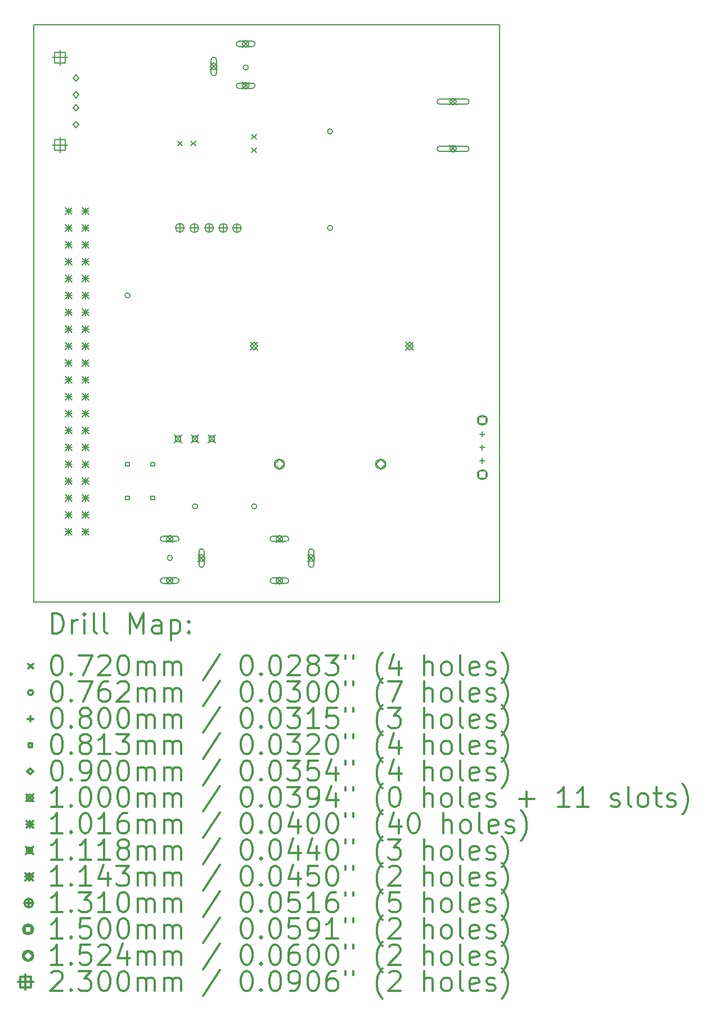
<source format=gbr>
%FSLAX45Y45*%
G04 Gerber Fmt 4.5, Leading zero omitted, Abs format (unit mm)*
G04 Created by KiCad (PCBNEW (5.1.10)-1) date 2021-12-02 21:28:20*
%MOMM*%
%LPD*%
G01*
G04 APERTURE LIST*
%TA.AperFunction,Profile*%
%ADD10C,0.152400*%
%TD*%
%ADD11C,0.200000*%
%ADD12C,0.300000*%
G04 APERTURE END LIST*
D10*
X18542000Y-6172200D02*
X18542000Y-14859000D01*
X11531600Y-6172200D02*
X18542000Y-6172200D01*
X11531600Y-14859000D02*
X11531600Y-6172200D01*
X18542000Y-14859000D02*
X11531600Y-14859000D01*
D11*
X13698110Y-7924360D02*
X13770110Y-7996360D01*
X13770110Y-7924360D02*
X13698110Y-7996360D01*
X13898110Y-7924360D02*
X13970110Y-7996360D01*
X13970110Y-7924360D02*
X13898110Y-7996360D01*
X14814110Y-7824360D02*
X14886110Y-7896360D01*
X14886110Y-7824360D02*
X14814110Y-7896360D01*
X14814110Y-8024360D02*
X14886110Y-8096360D01*
X14886110Y-8024360D02*
X14814110Y-8096360D01*
X12983210Y-10246360D02*
G75*
G03*
X12983210Y-10246360I-38100J0D01*
G01*
X13620750Y-14197076D02*
G75*
G03*
X13620750Y-14197076I-38100J0D01*
G01*
X13999210Y-13421360D02*
G75*
G03*
X13999210Y-13421360I-38100J0D01*
G01*
X14761210Y-6817360D02*
G75*
G03*
X14761210Y-6817360I-38100J0D01*
G01*
X14888210Y-13421360D02*
G75*
G03*
X14888210Y-13421360I-38100J0D01*
G01*
X16031210Y-7777480D02*
G75*
G03*
X16031210Y-7777480I-38100J0D01*
G01*
X16031210Y-9230360D02*
G75*
G03*
X16031210Y-9230360I-38100J0D01*
G01*
X18284698Y-12294646D02*
X18284698Y-12374646D01*
X18244698Y-12334646D02*
X18324698Y-12334646D01*
X18284698Y-12494646D02*
X18284698Y-12574646D01*
X18244698Y-12534646D02*
X18324698Y-12534646D01*
X18284698Y-12694646D02*
X18284698Y-12774646D01*
X18244698Y-12734646D02*
X18324698Y-12734646D01*
X12973847Y-12815097D02*
X12973847Y-12757623D01*
X12916373Y-12757623D01*
X12916373Y-12815097D01*
X12973847Y-12815097D01*
X12973847Y-13323097D02*
X12973847Y-13265623D01*
X12916373Y-13265623D01*
X12916373Y-13323097D01*
X12973847Y-13323097D01*
X13354847Y-12815097D02*
X13354847Y-12757623D01*
X13297373Y-12757623D01*
X13297373Y-12815097D01*
X13354847Y-12815097D01*
X13354847Y-13323097D02*
X13354847Y-13265623D01*
X13297373Y-13265623D01*
X13297373Y-13323097D01*
X13354847Y-13323097D01*
X12169110Y-7020360D02*
X12214110Y-6975360D01*
X12169110Y-6930360D01*
X12124110Y-6975360D01*
X12169110Y-7020360D01*
X12169110Y-7270360D02*
X12214110Y-7225360D01*
X12169110Y-7180360D01*
X12124110Y-7225360D01*
X12169110Y-7270360D01*
X12169110Y-7470360D02*
X12214110Y-7425360D01*
X12169110Y-7380360D01*
X12124110Y-7425360D01*
X12169110Y-7470360D01*
X12169110Y-7720360D02*
X12214110Y-7675360D01*
X12169110Y-7630360D01*
X12124110Y-7675360D01*
X12169110Y-7720360D01*
X13530110Y-13859360D02*
X13630110Y-13959360D01*
X13630110Y-13859360D02*
X13530110Y-13959360D01*
X13630110Y-13909360D02*
G75*
G03*
X13630110Y-13909360I-50000J0D01*
G01*
X13480110Y-13949360D02*
X13680110Y-13949360D01*
X13480110Y-13869360D02*
X13680110Y-13869360D01*
X13680110Y-13949360D02*
G75*
G03*
X13680110Y-13869360I0J40000D01*
G01*
X13480110Y-13869360D02*
G75*
G03*
X13480110Y-13949360I0J-40000D01*
G01*
X13530110Y-14489360D02*
X13630110Y-14589360D01*
X13630110Y-14489360D02*
X13530110Y-14589360D01*
X13630110Y-14539360D02*
G75*
G03*
X13630110Y-14539360I-50000J0D01*
G01*
X13480110Y-14579360D02*
X13680110Y-14579360D01*
X13480110Y-14499360D02*
X13680110Y-14499360D01*
X13680110Y-14579360D02*
G75*
G03*
X13680110Y-14499360I0J40000D01*
G01*
X13480110Y-14499360D02*
G75*
G03*
X13480110Y-14579360I0J-40000D01*
G01*
X14010110Y-14149360D02*
X14110110Y-14249360D01*
X14110110Y-14149360D02*
X14010110Y-14249360D01*
X14110110Y-14199360D02*
G75*
G03*
X14110110Y-14199360I-50000J0D01*
G01*
X14020110Y-14099360D02*
X14020110Y-14299360D01*
X14100110Y-14099360D02*
X14100110Y-14299360D01*
X14020110Y-14299360D02*
G75*
G03*
X14100110Y-14299360I40000J0D01*
G01*
X14100110Y-14099360D02*
G75*
G03*
X14020110Y-14099360I-40000J0D01*
G01*
X14193110Y-6751360D02*
X14293110Y-6851360D01*
X14293110Y-6751360D02*
X14193110Y-6851360D01*
X14293110Y-6801360D02*
G75*
G03*
X14293110Y-6801360I-50000J0D01*
G01*
X14283110Y-6901360D02*
X14283110Y-6701360D01*
X14203110Y-6901360D02*
X14203110Y-6701360D01*
X14283110Y-6701360D02*
G75*
G03*
X14203110Y-6701360I-40000J0D01*
G01*
X14203110Y-6901360D02*
G75*
G03*
X14283110Y-6901360I40000J0D01*
G01*
X14673110Y-6411360D02*
X14773110Y-6511360D01*
X14773110Y-6411360D02*
X14673110Y-6511360D01*
X14773110Y-6461360D02*
G75*
G03*
X14773110Y-6461360I-50000J0D01*
G01*
X14823110Y-6421360D02*
X14623110Y-6421360D01*
X14823110Y-6501360D02*
X14623110Y-6501360D01*
X14623110Y-6421360D02*
G75*
G03*
X14623110Y-6501360I0J-40000D01*
G01*
X14823110Y-6501360D02*
G75*
G03*
X14823110Y-6421360I0J40000D01*
G01*
X14673110Y-7041360D02*
X14773110Y-7141360D01*
X14773110Y-7041360D02*
X14673110Y-7141360D01*
X14773110Y-7091360D02*
G75*
G03*
X14773110Y-7091360I-50000J0D01*
G01*
X14823110Y-7051360D02*
X14623110Y-7051360D01*
X14823110Y-7131360D02*
X14623110Y-7131360D01*
X14623110Y-7051360D02*
G75*
G03*
X14623110Y-7131360I0J-40000D01*
G01*
X14823110Y-7131360D02*
G75*
G03*
X14823110Y-7051360I0J40000D01*
G01*
X15181110Y-13859360D02*
X15281110Y-13959360D01*
X15281110Y-13859360D02*
X15181110Y-13959360D01*
X15281110Y-13909360D02*
G75*
G03*
X15281110Y-13909360I-50000J0D01*
G01*
X15131110Y-13949360D02*
X15331110Y-13949360D01*
X15131110Y-13869360D02*
X15331110Y-13869360D01*
X15331110Y-13949360D02*
G75*
G03*
X15331110Y-13869360I0J40000D01*
G01*
X15131110Y-13869360D02*
G75*
G03*
X15131110Y-13949360I0J-40000D01*
G01*
X15181110Y-14489360D02*
X15281110Y-14589360D01*
X15281110Y-14489360D02*
X15181110Y-14589360D01*
X15281110Y-14539360D02*
G75*
G03*
X15281110Y-14539360I-50000J0D01*
G01*
X15131110Y-14579360D02*
X15331110Y-14579360D01*
X15131110Y-14499360D02*
X15331110Y-14499360D01*
X15331110Y-14579360D02*
G75*
G03*
X15331110Y-14499360I0J40000D01*
G01*
X15131110Y-14499360D02*
G75*
G03*
X15131110Y-14579360I0J-40000D01*
G01*
X15661110Y-14149360D02*
X15761110Y-14249360D01*
X15761110Y-14149360D02*
X15661110Y-14249360D01*
X15761110Y-14199360D02*
G75*
G03*
X15761110Y-14199360I-50000J0D01*
G01*
X15671110Y-14099360D02*
X15671110Y-14299360D01*
X15751110Y-14099360D02*
X15751110Y-14299360D01*
X15671110Y-14299360D02*
G75*
G03*
X15751110Y-14299360I40000J0D01*
G01*
X15751110Y-14099360D02*
G75*
G03*
X15671110Y-14099360I-40000J0D01*
G01*
X17795024Y-7279932D02*
X17895024Y-7379932D01*
X17895024Y-7279932D02*
X17795024Y-7379932D01*
X17895024Y-7329932D02*
G75*
G03*
X17895024Y-7329932I-50000J0D01*
G01*
X18045024Y-7289932D02*
X17645024Y-7289932D01*
X18045024Y-7369932D02*
X17645024Y-7369932D01*
X17645024Y-7289932D02*
G75*
G03*
X17645024Y-7369932I0J-40000D01*
G01*
X18045024Y-7369932D02*
G75*
G03*
X18045024Y-7289932I0J40000D01*
G01*
X17795024Y-7989932D02*
X17895024Y-8089932D01*
X17895024Y-7989932D02*
X17795024Y-8089932D01*
X17895024Y-8039932D02*
G75*
G03*
X17895024Y-8039932I-50000J0D01*
G01*
X18045024Y-7999932D02*
X17645024Y-7999932D01*
X18045024Y-8079932D02*
X17645024Y-8079932D01*
X17645024Y-7999932D02*
G75*
G03*
X17645024Y-8079932I0J-40000D01*
G01*
X18045024Y-8079932D02*
G75*
G03*
X18045024Y-7999932I0J40000D01*
G01*
X12005310Y-8925560D02*
X12106910Y-9027160D01*
X12106910Y-8925560D02*
X12005310Y-9027160D01*
X12056110Y-8925560D02*
X12056110Y-9027160D01*
X12005310Y-8976360D02*
X12106910Y-8976360D01*
X12005310Y-9179560D02*
X12106910Y-9281160D01*
X12106910Y-9179560D02*
X12005310Y-9281160D01*
X12056110Y-9179560D02*
X12056110Y-9281160D01*
X12005310Y-9230360D02*
X12106910Y-9230360D01*
X12005310Y-9433560D02*
X12106910Y-9535160D01*
X12106910Y-9433560D02*
X12005310Y-9535160D01*
X12056110Y-9433560D02*
X12056110Y-9535160D01*
X12005310Y-9484360D02*
X12106910Y-9484360D01*
X12005310Y-9687560D02*
X12106910Y-9789160D01*
X12106910Y-9687560D02*
X12005310Y-9789160D01*
X12056110Y-9687560D02*
X12056110Y-9789160D01*
X12005310Y-9738360D02*
X12106910Y-9738360D01*
X12005310Y-9941560D02*
X12106910Y-10043160D01*
X12106910Y-9941560D02*
X12005310Y-10043160D01*
X12056110Y-9941560D02*
X12056110Y-10043160D01*
X12005310Y-9992360D02*
X12106910Y-9992360D01*
X12005310Y-10195560D02*
X12106910Y-10297160D01*
X12106910Y-10195560D02*
X12005310Y-10297160D01*
X12056110Y-10195560D02*
X12056110Y-10297160D01*
X12005310Y-10246360D02*
X12106910Y-10246360D01*
X12005310Y-10449560D02*
X12106910Y-10551160D01*
X12106910Y-10449560D02*
X12005310Y-10551160D01*
X12056110Y-10449560D02*
X12056110Y-10551160D01*
X12005310Y-10500360D02*
X12106910Y-10500360D01*
X12005310Y-10703560D02*
X12106910Y-10805160D01*
X12106910Y-10703560D02*
X12005310Y-10805160D01*
X12056110Y-10703560D02*
X12056110Y-10805160D01*
X12005310Y-10754360D02*
X12106910Y-10754360D01*
X12005310Y-10957560D02*
X12106910Y-11059160D01*
X12106910Y-10957560D02*
X12005310Y-11059160D01*
X12056110Y-10957560D02*
X12056110Y-11059160D01*
X12005310Y-11008360D02*
X12106910Y-11008360D01*
X12005310Y-11211560D02*
X12106910Y-11313160D01*
X12106910Y-11211560D02*
X12005310Y-11313160D01*
X12056110Y-11211560D02*
X12056110Y-11313160D01*
X12005310Y-11262360D02*
X12106910Y-11262360D01*
X12005310Y-11465560D02*
X12106910Y-11567160D01*
X12106910Y-11465560D02*
X12005310Y-11567160D01*
X12056110Y-11465560D02*
X12056110Y-11567160D01*
X12005310Y-11516360D02*
X12106910Y-11516360D01*
X12005310Y-11719560D02*
X12106910Y-11821160D01*
X12106910Y-11719560D02*
X12005310Y-11821160D01*
X12056110Y-11719560D02*
X12056110Y-11821160D01*
X12005310Y-11770360D02*
X12106910Y-11770360D01*
X12005310Y-11973560D02*
X12106910Y-12075160D01*
X12106910Y-11973560D02*
X12005310Y-12075160D01*
X12056110Y-11973560D02*
X12056110Y-12075160D01*
X12005310Y-12024360D02*
X12106910Y-12024360D01*
X12005310Y-12227560D02*
X12106910Y-12329160D01*
X12106910Y-12227560D02*
X12005310Y-12329160D01*
X12056110Y-12227560D02*
X12056110Y-12329160D01*
X12005310Y-12278360D02*
X12106910Y-12278360D01*
X12005310Y-12481560D02*
X12106910Y-12583160D01*
X12106910Y-12481560D02*
X12005310Y-12583160D01*
X12056110Y-12481560D02*
X12056110Y-12583160D01*
X12005310Y-12532360D02*
X12106910Y-12532360D01*
X12005310Y-12735560D02*
X12106910Y-12837160D01*
X12106910Y-12735560D02*
X12005310Y-12837160D01*
X12056110Y-12735560D02*
X12056110Y-12837160D01*
X12005310Y-12786360D02*
X12106910Y-12786360D01*
X12005310Y-12989560D02*
X12106910Y-13091160D01*
X12106910Y-12989560D02*
X12005310Y-13091160D01*
X12056110Y-12989560D02*
X12056110Y-13091160D01*
X12005310Y-13040360D02*
X12106910Y-13040360D01*
X12005310Y-13243560D02*
X12106910Y-13345160D01*
X12106910Y-13243560D02*
X12005310Y-13345160D01*
X12056110Y-13243560D02*
X12056110Y-13345160D01*
X12005310Y-13294360D02*
X12106910Y-13294360D01*
X12005310Y-13497560D02*
X12106910Y-13599160D01*
X12106910Y-13497560D02*
X12005310Y-13599160D01*
X12056110Y-13497560D02*
X12056110Y-13599160D01*
X12005310Y-13548360D02*
X12106910Y-13548360D01*
X12005310Y-13751560D02*
X12106910Y-13853160D01*
X12106910Y-13751560D02*
X12005310Y-13853160D01*
X12056110Y-13751560D02*
X12056110Y-13853160D01*
X12005310Y-13802360D02*
X12106910Y-13802360D01*
X12259310Y-8925560D02*
X12360910Y-9027160D01*
X12360910Y-8925560D02*
X12259310Y-9027160D01*
X12310110Y-8925560D02*
X12310110Y-9027160D01*
X12259310Y-8976360D02*
X12360910Y-8976360D01*
X12259310Y-9179560D02*
X12360910Y-9281160D01*
X12360910Y-9179560D02*
X12259310Y-9281160D01*
X12310110Y-9179560D02*
X12310110Y-9281160D01*
X12259310Y-9230360D02*
X12360910Y-9230360D01*
X12259310Y-9433560D02*
X12360910Y-9535160D01*
X12360910Y-9433560D02*
X12259310Y-9535160D01*
X12310110Y-9433560D02*
X12310110Y-9535160D01*
X12259310Y-9484360D02*
X12360910Y-9484360D01*
X12259310Y-9687560D02*
X12360910Y-9789160D01*
X12360910Y-9687560D02*
X12259310Y-9789160D01*
X12310110Y-9687560D02*
X12310110Y-9789160D01*
X12259310Y-9738360D02*
X12360910Y-9738360D01*
X12259310Y-9941560D02*
X12360910Y-10043160D01*
X12360910Y-9941560D02*
X12259310Y-10043160D01*
X12310110Y-9941560D02*
X12310110Y-10043160D01*
X12259310Y-9992360D02*
X12360910Y-9992360D01*
X12259310Y-10195560D02*
X12360910Y-10297160D01*
X12360910Y-10195560D02*
X12259310Y-10297160D01*
X12310110Y-10195560D02*
X12310110Y-10297160D01*
X12259310Y-10246360D02*
X12360910Y-10246360D01*
X12259310Y-10449560D02*
X12360910Y-10551160D01*
X12360910Y-10449560D02*
X12259310Y-10551160D01*
X12310110Y-10449560D02*
X12310110Y-10551160D01*
X12259310Y-10500360D02*
X12360910Y-10500360D01*
X12259310Y-10703560D02*
X12360910Y-10805160D01*
X12360910Y-10703560D02*
X12259310Y-10805160D01*
X12310110Y-10703560D02*
X12310110Y-10805160D01*
X12259310Y-10754360D02*
X12360910Y-10754360D01*
X12259310Y-10957560D02*
X12360910Y-11059160D01*
X12360910Y-10957560D02*
X12259310Y-11059160D01*
X12310110Y-10957560D02*
X12310110Y-11059160D01*
X12259310Y-11008360D02*
X12360910Y-11008360D01*
X12259310Y-11211560D02*
X12360910Y-11313160D01*
X12360910Y-11211560D02*
X12259310Y-11313160D01*
X12310110Y-11211560D02*
X12310110Y-11313160D01*
X12259310Y-11262360D02*
X12360910Y-11262360D01*
X12259310Y-11465560D02*
X12360910Y-11567160D01*
X12360910Y-11465560D02*
X12259310Y-11567160D01*
X12310110Y-11465560D02*
X12310110Y-11567160D01*
X12259310Y-11516360D02*
X12360910Y-11516360D01*
X12259310Y-11719560D02*
X12360910Y-11821160D01*
X12360910Y-11719560D02*
X12259310Y-11821160D01*
X12310110Y-11719560D02*
X12310110Y-11821160D01*
X12259310Y-11770360D02*
X12360910Y-11770360D01*
X12259310Y-11973560D02*
X12360910Y-12075160D01*
X12360910Y-11973560D02*
X12259310Y-12075160D01*
X12310110Y-11973560D02*
X12310110Y-12075160D01*
X12259310Y-12024360D02*
X12360910Y-12024360D01*
X12259310Y-12227560D02*
X12360910Y-12329160D01*
X12360910Y-12227560D02*
X12259310Y-12329160D01*
X12310110Y-12227560D02*
X12310110Y-12329160D01*
X12259310Y-12278360D02*
X12360910Y-12278360D01*
X12259310Y-12481560D02*
X12360910Y-12583160D01*
X12360910Y-12481560D02*
X12259310Y-12583160D01*
X12310110Y-12481560D02*
X12310110Y-12583160D01*
X12259310Y-12532360D02*
X12360910Y-12532360D01*
X12259310Y-12735560D02*
X12360910Y-12837160D01*
X12360910Y-12735560D02*
X12259310Y-12837160D01*
X12310110Y-12735560D02*
X12310110Y-12837160D01*
X12259310Y-12786360D02*
X12360910Y-12786360D01*
X12259310Y-12989560D02*
X12360910Y-13091160D01*
X12360910Y-12989560D02*
X12259310Y-13091160D01*
X12310110Y-12989560D02*
X12310110Y-13091160D01*
X12259310Y-13040360D02*
X12360910Y-13040360D01*
X12259310Y-13243560D02*
X12360910Y-13345160D01*
X12360910Y-13243560D02*
X12259310Y-13345160D01*
X12310110Y-13243560D02*
X12310110Y-13345160D01*
X12259310Y-13294360D02*
X12360910Y-13294360D01*
X12259310Y-13497560D02*
X12360910Y-13599160D01*
X12360910Y-13497560D02*
X12259310Y-13599160D01*
X12310110Y-13497560D02*
X12310110Y-13599160D01*
X12259310Y-13548360D02*
X12360910Y-13548360D01*
X12259310Y-13751560D02*
X12360910Y-13853160D01*
X12360910Y-13751560D02*
X12259310Y-13853160D01*
X12310110Y-13751560D02*
X12310110Y-13853160D01*
X12259310Y-13802360D02*
X12360910Y-13802360D01*
X13651230Y-12349480D02*
X13762990Y-12461240D01*
X13762990Y-12349480D02*
X13651230Y-12461240D01*
X13746623Y-12444873D02*
X13746623Y-12365846D01*
X13667596Y-12365846D01*
X13667596Y-12444873D01*
X13746623Y-12444873D01*
X13905230Y-12349480D02*
X14016990Y-12461240D01*
X14016990Y-12349480D02*
X13905230Y-12461240D01*
X14000623Y-12444873D02*
X14000623Y-12365846D01*
X13921596Y-12365846D01*
X13921596Y-12444873D01*
X14000623Y-12444873D01*
X14159230Y-12349480D02*
X14270990Y-12461240D01*
X14270990Y-12349480D02*
X14159230Y-12461240D01*
X14254623Y-12444873D02*
X14254623Y-12365846D01*
X14175596Y-12365846D01*
X14175596Y-12444873D01*
X14254623Y-12444873D01*
X14792960Y-10951210D02*
X14907260Y-11065510D01*
X14907260Y-10951210D02*
X14792960Y-11065510D01*
X14850110Y-11065510D02*
X14907260Y-11008360D01*
X14850110Y-10951210D01*
X14792960Y-11008360D01*
X14850110Y-11065510D01*
X17132300Y-10951210D02*
X17246600Y-11065510D01*
X17246600Y-10951210D02*
X17132300Y-11065510D01*
X17189450Y-11065510D02*
X17246600Y-11008360D01*
X17189450Y-10951210D01*
X17132300Y-11008360D01*
X17189450Y-11065510D01*
X13732002Y-9163844D02*
X13732002Y-9294844D01*
X13666502Y-9229344D02*
X13797502Y-9229344D01*
X13797502Y-9229344D02*
G75*
G03*
X13797502Y-9229344I-65500J0D01*
G01*
X13951204Y-9168924D02*
X13951204Y-9299924D01*
X13885704Y-9234424D02*
X14016704Y-9234424D01*
X14016704Y-9234424D02*
G75*
G03*
X14016704Y-9234424I-65500J0D01*
G01*
X14174510Y-9164860D02*
X14174510Y-9295860D01*
X14109010Y-9230360D02*
X14240010Y-9230360D01*
X14240010Y-9230360D02*
G75*
G03*
X14240010Y-9230360I-65500J0D01*
G01*
X14386560Y-9165876D02*
X14386560Y-9296876D01*
X14321060Y-9231376D02*
X14452060Y-9231376D01*
X14452060Y-9231376D02*
G75*
G03*
X14452060Y-9231376I-65500J0D01*
G01*
X14591792Y-9168416D02*
X14591792Y-9299416D01*
X14526292Y-9233916D02*
X14657292Y-9233916D01*
X14657292Y-9233916D02*
G75*
G03*
X14657292Y-9233916I-65500J0D01*
G01*
X18337732Y-12177679D02*
X18337732Y-12071612D01*
X18231665Y-12071612D01*
X18231665Y-12177679D01*
X18337732Y-12177679D01*
X18359698Y-12124646D02*
G75*
G03*
X18359698Y-12124646I-75000J0D01*
G01*
X18337732Y-12997679D02*
X18337732Y-12891612D01*
X18231665Y-12891612D01*
X18231665Y-12997679D01*
X18337732Y-12997679D01*
X18359698Y-12944646D02*
G75*
G03*
X18359698Y-12944646I-75000J0D01*
G01*
X15231110Y-12862560D02*
X15307310Y-12786360D01*
X15231110Y-12710160D01*
X15154910Y-12786360D01*
X15231110Y-12862560D01*
X15307310Y-12786360D02*
G75*
G03*
X15307310Y-12786360I-76200J0D01*
G01*
X16755110Y-12862560D02*
X16831310Y-12786360D01*
X16755110Y-12710160D01*
X16678910Y-12786360D01*
X16755110Y-12862560D01*
X16831310Y-12786360D02*
G75*
G03*
X16831310Y-12786360I-76200J0D01*
G01*
X11929110Y-6553360D02*
X11929110Y-6783360D01*
X11814110Y-6668360D02*
X12044110Y-6668360D01*
X12010428Y-6749678D02*
X12010428Y-6587042D01*
X11847792Y-6587042D01*
X11847792Y-6749678D01*
X12010428Y-6749678D01*
X11929110Y-7867360D02*
X11929110Y-8097360D01*
X11814110Y-7982360D02*
X12044110Y-7982360D01*
X12010428Y-8063678D02*
X12010428Y-7901042D01*
X11847792Y-7901042D01*
X11847792Y-8063678D01*
X12010428Y-8063678D01*
D12*
X11810408Y-15332334D02*
X11810408Y-15032334D01*
X11881837Y-15032334D01*
X11924694Y-15046620D01*
X11953266Y-15075191D01*
X11967551Y-15103763D01*
X11981837Y-15160906D01*
X11981837Y-15203763D01*
X11967551Y-15260906D01*
X11953266Y-15289477D01*
X11924694Y-15318049D01*
X11881837Y-15332334D01*
X11810408Y-15332334D01*
X12110408Y-15332334D02*
X12110408Y-15132334D01*
X12110408Y-15189477D02*
X12124694Y-15160906D01*
X12138980Y-15146620D01*
X12167551Y-15132334D01*
X12196123Y-15132334D01*
X12296123Y-15332334D02*
X12296123Y-15132334D01*
X12296123Y-15032334D02*
X12281837Y-15046620D01*
X12296123Y-15060906D01*
X12310408Y-15046620D01*
X12296123Y-15032334D01*
X12296123Y-15060906D01*
X12481837Y-15332334D02*
X12453266Y-15318049D01*
X12438980Y-15289477D01*
X12438980Y-15032334D01*
X12638980Y-15332334D02*
X12610408Y-15318049D01*
X12596123Y-15289477D01*
X12596123Y-15032334D01*
X12981837Y-15332334D02*
X12981837Y-15032334D01*
X13081837Y-15246620D01*
X13181837Y-15032334D01*
X13181837Y-15332334D01*
X13453266Y-15332334D02*
X13453266Y-15175191D01*
X13438980Y-15146620D01*
X13410408Y-15132334D01*
X13353266Y-15132334D01*
X13324694Y-15146620D01*
X13453266Y-15318049D02*
X13424694Y-15332334D01*
X13353266Y-15332334D01*
X13324694Y-15318049D01*
X13310408Y-15289477D01*
X13310408Y-15260906D01*
X13324694Y-15232334D01*
X13353266Y-15218049D01*
X13424694Y-15218049D01*
X13453266Y-15203763D01*
X13596123Y-15132334D02*
X13596123Y-15432334D01*
X13596123Y-15146620D02*
X13624694Y-15132334D01*
X13681837Y-15132334D01*
X13710408Y-15146620D01*
X13724694Y-15160906D01*
X13738980Y-15189477D01*
X13738980Y-15275191D01*
X13724694Y-15303763D01*
X13710408Y-15318049D01*
X13681837Y-15332334D01*
X13624694Y-15332334D01*
X13596123Y-15318049D01*
X13867551Y-15303763D02*
X13881837Y-15318049D01*
X13867551Y-15332334D01*
X13853266Y-15318049D01*
X13867551Y-15303763D01*
X13867551Y-15332334D01*
X13867551Y-15146620D02*
X13881837Y-15160906D01*
X13867551Y-15175191D01*
X13853266Y-15160906D01*
X13867551Y-15146620D01*
X13867551Y-15175191D01*
X11451980Y-15790620D02*
X11523980Y-15862620D01*
X11523980Y-15790620D02*
X11451980Y-15862620D01*
X11867551Y-15662334D02*
X11896123Y-15662334D01*
X11924694Y-15676620D01*
X11938980Y-15690906D01*
X11953266Y-15719477D01*
X11967551Y-15776620D01*
X11967551Y-15848049D01*
X11953266Y-15905191D01*
X11938980Y-15933763D01*
X11924694Y-15948049D01*
X11896123Y-15962334D01*
X11867551Y-15962334D01*
X11838980Y-15948049D01*
X11824694Y-15933763D01*
X11810408Y-15905191D01*
X11796123Y-15848049D01*
X11796123Y-15776620D01*
X11810408Y-15719477D01*
X11824694Y-15690906D01*
X11838980Y-15676620D01*
X11867551Y-15662334D01*
X12096123Y-15933763D02*
X12110408Y-15948049D01*
X12096123Y-15962334D01*
X12081837Y-15948049D01*
X12096123Y-15933763D01*
X12096123Y-15962334D01*
X12210408Y-15662334D02*
X12410408Y-15662334D01*
X12281837Y-15962334D01*
X12510408Y-15690906D02*
X12524694Y-15676620D01*
X12553266Y-15662334D01*
X12624694Y-15662334D01*
X12653266Y-15676620D01*
X12667551Y-15690906D01*
X12681837Y-15719477D01*
X12681837Y-15748049D01*
X12667551Y-15790906D01*
X12496123Y-15962334D01*
X12681837Y-15962334D01*
X12867551Y-15662334D02*
X12896123Y-15662334D01*
X12924694Y-15676620D01*
X12938980Y-15690906D01*
X12953266Y-15719477D01*
X12967551Y-15776620D01*
X12967551Y-15848049D01*
X12953266Y-15905191D01*
X12938980Y-15933763D01*
X12924694Y-15948049D01*
X12896123Y-15962334D01*
X12867551Y-15962334D01*
X12838980Y-15948049D01*
X12824694Y-15933763D01*
X12810408Y-15905191D01*
X12796123Y-15848049D01*
X12796123Y-15776620D01*
X12810408Y-15719477D01*
X12824694Y-15690906D01*
X12838980Y-15676620D01*
X12867551Y-15662334D01*
X13096123Y-15962334D02*
X13096123Y-15762334D01*
X13096123Y-15790906D02*
X13110408Y-15776620D01*
X13138980Y-15762334D01*
X13181837Y-15762334D01*
X13210408Y-15776620D01*
X13224694Y-15805191D01*
X13224694Y-15962334D01*
X13224694Y-15805191D02*
X13238980Y-15776620D01*
X13267551Y-15762334D01*
X13310408Y-15762334D01*
X13338980Y-15776620D01*
X13353266Y-15805191D01*
X13353266Y-15962334D01*
X13496123Y-15962334D02*
X13496123Y-15762334D01*
X13496123Y-15790906D02*
X13510408Y-15776620D01*
X13538980Y-15762334D01*
X13581837Y-15762334D01*
X13610408Y-15776620D01*
X13624694Y-15805191D01*
X13624694Y-15962334D01*
X13624694Y-15805191D02*
X13638980Y-15776620D01*
X13667551Y-15762334D01*
X13710408Y-15762334D01*
X13738980Y-15776620D01*
X13753266Y-15805191D01*
X13753266Y-15962334D01*
X14338980Y-15648049D02*
X14081837Y-16033763D01*
X14724694Y-15662334D02*
X14753266Y-15662334D01*
X14781837Y-15676620D01*
X14796123Y-15690906D01*
X14810408Y-15719477D01*
X14824694Y-15776620D01*
X14824694Y-15848049D01*
X14810408Y-15905191D01*
X14796123Y-15933763D01*
X14781837Y-15948049D01*
X14753266Y-15962334D01*
X14724694Y-15962334D01*
X14696123Y-15948049D01*
X14681837Y-15933763D01*
X14667551Y-15905191D01*
X14653266Y-15848049D01*
X14653266Y-15776620D01*
X14667551Y-15719477D01*
X14681837Y-15690906D01*
X14696123Y-15676620D01*
X14724694Y-15662334D01*
X14953266Y-15933763D02*
X14967551Y-15948049D01*
X14953266Y-15962334D01*
X14938980Y-15948049D01*
X14953266Y-15933763D01*
X14953266Y-15962334D01*
X15153266Y-15662334D02*
X15181837Y-15662334D01*
X15210408Y-15676620D01*
X15224694Y-15690906D01*
X15238980Y-15719477D01*
X15253266Y-15776620D01*
X15253266Y-15848049D01*
X15238980Y-15905191D01*
X15224694Y-15933763D01*
X15210408Y-15948049D01*
X15181837Y-15962334D01*
X15153266Y-15962334D01*
X15124694Y-15948049D01*
X15110408Y-15933763D01*
X15096123Y-15905191D01*
X15081837Y-15848049D01*
X15081837Y-15776620D01*
X15096123Y-15719477D01*
X15110408Y-15690906D01*
X15124694Y-15676620D01*
X15153266Y-15662334D01*
X15367551Y-15690906D02*
X15381837Y-15676620D01*
X15410408Y-15662334D01*
X15481837Y-15662334D01*
X15510408Y-15676620D01*
X15524694Y-15690906D01*
X15538980Y-15719477D01*
X15538980Y-15748049D01*
X15524694Y-15790906D01*
X15353266Y-15962334D01*
X15538980Y-15962334D01*
X15710408Y-15790906D02*
X15681837Y-15776620D01*
X15667551Y-15762334D01*
X15653266Y-15733763D01*
X15653266Y-15719477D01*
X15667551Y-15690906D01*
X15681837Y-15676620D01*
X15710408Y-15662334D01*
X15767551Y-15662334D01*
X15796123Y-15676620D01*
X15810408Y-15690906D01*
X15824694Y-15719477D01*
X15824694Y-15733763D01*
X15810408Y-15762334D01*
X15796123Y-15776620D01*
X15767551Y-15790906D01*
X15710408Y-15790906D01*
X15681837Y-15805191D01*
X15667551Y-15819477D01*
X15653266Y-15848049D01*
X15653266Y-15905191D01*
X15667551Y-15933763D01*
X15681837Y-15948049D01*
X15710408Y-15962334D01*
X15767551Y-15962334D01*
X15796123Y-15948049D01*
X15810408Y-15933763D01*
X15824694Y-15905191D01*
X15824694Y-15848049D01*
X15810408Y-15819477D01*
X15796123Y-15805191D01*
X15767551Y-15790906D01*
X15924694Y-15662334D02*
X16110408Y-15662334D01*
X16010408Y-15776620D01*
X16053266Y-15776620D01*
X16081837Y-15790906D01*
X16096123Y-15805191D01*
X16110408Y-15833763D01*
X16110408Y-15905191D01*
X16096123Y-15933763D01*
X16081837Y-15948049D01*
X16053266Y-15962334D01*
X15967551Y-15962334D01*
X15938980Y-15948049D01*
X15924694Y-15933763D01*
X16224694Y-15662334D02*
X16224694Y-15719477D01*
X16338980Y-15662334D02*
X16338980Y-15719477D01*
X16781837Y-16076620D02*
X16767551Y-16062334D01*
X16738980Y-16019477D01*
X16724694Y-15990906D01*
X16710408Y-15948049D01*
X16696123Y-15876620D01*
X16696123Y-15819477D01*
X16710408Y-15748049D01*
X16724694Y-15705191D01*
X16738980Y-15676620D01*
X16767551Y-15633763D01*
X16781837Y-15619477D01*
X17024694Y-15762334D02*
X17024694Y-15962334D01*
X16953266Y-15648049D02*
X16881837Y-15862334D01*
X17067551Y-15862334D01*
X17410408Y-15962334D02*
X17410408Y-15662334D01*
X17538980Y-15962334D02*
X17538980Y-15805191D01*
X17524694Y-15776620D01*
X17496123Y-15762334D01*
X17453266Y-15762334D01*
X17424694Y-15776620D01*
X17410408Y-15790906D01*
X17724694Y-15962334D02*
X17696123Y-15948049D01*
X17681837Y-15933763D01*
X17667551Y-15905191D01*
X17667551Y-15819477D01*
X17681837Y-15790906D01*
X17696123Y-15776620D01*
X17724694Y-15762334D01*
X17767551Y-15762334D01*
X17796123Y-15776620D01*
X17810408Y-15790906D01*
X17824694Y-15819477D01*
X17824694Y-15905191D01*
X17810408Y-15933763D01*
X17796123Y-15948049D01*
X17767551Y-15962334D01*
X17724694Y-15962334D01*
X17996123Y-15962334D02*
X17967551Y-15948049D01*
X17953266Y-15919477D01*
X17953266Y-15662334D01*
X18224694Y-15948049D02*
X18196123Y-15962334D01*
X18138980Y-15962334D01*
X18110408Y-15948049D01*
X18096123Y-15919477D01*
X18096123Y-15805191D01*
X18110408Y-15776620D01*
X18138980Y-15762334D01*
X18196123Y-15762334D01*
X18224694Y-15776620D01*
X18238980Y-15805191D01*
X18238980Y-15833763D01*
X18096123Y-15862334D01*
X18353266Y-15948049D02*
X18381837Y-15962334D01*
X18438980Y-15962334D01*
X18467551Y-15948049D01*
X18481837Y-15919477D01*
X18481837Y-15905191D01*
X18467551Y-15876620D01*
X18438980Y-15862334D01*
X18396123Y-15862334D01*
X18367551Y-15848049D01*
X18353266Y-15819477D01*
X18353266Y-15805191D01*
X18367551Y-15776620D01*
X18396123Y-15762334D01*
X18438980Y-15762334D01*
X18467551Y-15776620D01*
X18581837Y-16076620D02*
X18596123Y-16062334D01*
X18624694Y-16019477D01*
X18638980Y-15990906D01*
X18653266Y-15948049D01*
X18667551Y-15876620D01*
X18667551Y-15819477D01*
X18653266Y-15748049D01*
X18638980Y-15705191D01*
X18624694Y-15676620D01*
X18596123Y-15633763D01*
X18581837Y-15619477D01*
X11523980Y-16222620D02*
G75*
G03*
X11523980Y-16222620I-38100J0D01*
G01*
X11867551Y-16058334D02*
X11896123Y-16058334D01*
X11924694Y-16072620D01*
X11938980Y-16086906D01*
X11953266Y-16115477D01*
X11967551Y-16172620D01*
X11967551Y-16244049D01*
X11953266Y-16301191D01*
X11938980Y-16329763D01*
X11924694Y-16344049D01*
X11896123Y-16358334D01*
X11867551Y-16358334D01*
X11838980Y-16344049D01*
X11824694Y-16329763D01*
X11810408Y-16301191D01*
X11796123Y-16244049D01*
X11796123Y-16172620D01*
X11810408Y-16115477D01*
X11824694Y-16086906D01*
X11838980Y-16072620D01*
X11867551Y-16058334D01*
X12096123Y-16329763D02*
X12110408Y-16344049D01*
X12096123Y-16358334D01*
X12081837Y-16344049D01*
X12096123Y-16329763D01*
X12096123Y-16358334D01*
X12210408Y-16058334D02*
X12410408Y-16058334D01*
X12281837Y-16358334D01*
X12653266Y-16058334D02*
X12596123Y-16058334D01*
X12567551Y-16072620D01*
X12553266Y-16086906D01*
X12524694Y-16129763D01*
X12510408Y-16186906D01*
X12510408Y-16301191D01*
X12524694Y-16329763D01*
X12538980Y-16344049D01*
X12567551Y-16358334D01*
X12624694Y-16358334D01*
X12653266Y-16344049D01*
X12667551Y-16329763D01*
X12681837Y-16301191D01*
X12681837Y-16229763D01*
X12667551Y-16201191D01*
X12653266Y-16186906D01*
X12624694Y-16172620D01*
X12567551Y-16172620D01*
X12538980Y-16186906D01*
X12524694Y-16201191D01*
X12510408Y-16229763D01*
X12796123Y-16086906D02*
X12810408Y-16072620D01*
X12838980Y-16058334D01*
X12910408Y-16058334D01*
X12938980Y-16072620D01*
X12953266Y-16086906D01*
X12967551Y-16115477D01*
X12967551Y-16144049D01*
X12953266Y-16186906D01*
X12781837Y-16358334D01*
X12967551Y-16358334D01*
X13096123Y-16358334D02*
X13096123Y-16158334D01*
X13096123Y-16186906D02*
X13110408Y-16172620D01*
X13138980Y-16158334D01*
X13181837Y-16158334D01*
X13210408Y-16172620D01*
X13224694Y-16201191D01*
X13224694Y-16358334D01*
X13224694Y-16201191D02*
X13238980Y-16172620D01*
X13267551Y-16158334D01*
X13310408Y-16158334D01*
X13338980Y-16172620D01*
X13353266Y-16201191D01*
X13353266Y-16358334D01*
X13496123Y-16358334D02*
X13496123Y-16158334D01*
X13496123Y-16186906D02*
X13510408Y-16172620D01*
X13538980Y-16158334D01*
X13581837Y-16158334D01*
X13610408Y-16172620D01*
X13624694Y-16201191D01*
X13624694Y-16358334D01*
X13624694Y-16201191D02*
X13638980Y-16172620D01*
X13667551Y-16158334D01*
X13710408Y-16158334D01*
X13738980Y-16172620D01*
X13753266Y-16201191D01*
X13753266Y-16358334D01*
X14338980Y-16044049D02*
X14081837Y-16429763D01*
X14724694Y-16058334D02*
X14753266Y-16058334D01*
X14781837Y-16072620D01*
X14796123Y-16086906D01*
X14810408Y-16115477D01*
X14824694Y-16172620D01*
X14824694Y-16244049D01*
X14810408Y-16301191D01*
X14796123Y-16329763D01*
X14781837Y-16344049D01*
X14753266Y-16358334D01*
X14724694Y-16358334D01*
X14696123Y-16344049D01*
X14681837Y-16329763D01*
X14667551Y-16301191D01*
X14653266Y-16244049D01*
X14653266Y-16172620D01*
X14667551Y-16115477D01*
X14681837Y-16086906D01*
X14696123Y-16072620D01*
X14724694Y-16058334D01*
X14953266Y-16329763D02*
X14967551Y-16344049D01*
X14953266Y-16358334D01*
X14938980Y-16344049D01*
X14953266Y-16329763D01*
X14953266Y-16358334D01*
X15153266Y-16058334D02*
X15181837Y-16058334D01*
X15210408Y-16072620D01*
X15224694Y-16086906D01*
X15238980Y-16115477D01*
X15253266Y-16172620D01*
X15253266Y-16244049D01*
X15238980Y-16301191D01*
X15224694Y-16329763D01*
X15210408Y-16344049D01*
X15181837Y-16358334D01*
X15153266Y-16358334D01*
X15124694Y-16344049D01*
X15110408Y-16329763D01*
X15096123Y-16301191D01*
X15081837Y-16244049D01*
X15081837Y-16172620D01*
X15096123Y-16115477D01*
X15110408Y-16086906D01*
X15124694Y-16072620D01*
X15153266Y-16058334D01*
X15353266Y-16058334D02*
X15538980Y-16058334D01*
X15438980Y-16172620D01*
X15481837Y-16172620D01*
X15510408Y-16186906D01*
X15524694Y-16201191D01*
X15538980Y-16229763D01*
X15538980Y-16301191D01*
X15524694Y-16329763D01*
X15510408Y-16344049D01*
X15481837Y-16358334D01*
X15396123Y-16358334D01*
X15367551Y-16344049D01*
X15353266Y-16329763D01*
X15724694Y-16058334D02*
X15753266Y-16058334D01*
X15781837Y-16072620D01*
X15796123Y-16086906D01*
X15810408Y-16115477D01*
X15824694Y-16172620D01*
X15824694Y-16244049D01*
X15810408Y-16301191D01*
X15796123Y-16329763D01*
X15781837Y-16344049D01*
X15753266Y-16358334D01*
X15724694Y-16358334D01*
X15696123Y-16344049D01*
X15681837Y-16329763D01*
X15667551Y-16301191D01*
X15653266Y-16244049D01*
X15653266Y-16172620D01*
X15667551Y-16115477D01*
X15681837Y-16086906D01*
X15696123Y-16072620D01*
X15724694Y-16058334D01*
X16010408Y-16058334D02*
X16038980Y-16058334D01*
X16067551Y-16072620D01*
X16081837Y-16086906D01*
X16096123Y-16115477D01*
X16110408Y-16172620D01*
X16110408Y-16244049D01*
X16096123Y-16301191D01*
X16081837Y-16329763D01*
X16067551Y-16344049D01*
X16038980Y-16358334D01*
X16010408Y-16358334D01*
X15981837Y-16344049D01*
X15967551Y-16329763D01*
X15953266Y-16301191D01*
X15938980Y-16244049D01*
X15938980Y-16172620D01*
X15953266Y-16115477D01*
X15967551Y-16086906D01*
X15981837Y-16072620D01*
X16010408Y-16058334D01*
X16224694Y-16058334D02*
X16224694Y-16115477D01*
X16338980Y-16058334D02*
X16338980Y-16115477D01*
X16781837Y-16472620D02*
X16767551Y-16458334D01*
X16738980Y-16415477D01*
X16724694Y-16386906D01*
X16710408Y-16344049D01*
X16696123Y-16272620D01*
X16696123Y-16215477D01*
X16710408Y-16144049D01*
X16724694Y-16101191D01*
X16738980Y-16072620D01*
X16767551Y-16029763D01*
X16781837Y-16015477D01*
X16867551Y-16058334D02*
X17067551Y-16058334D01*
X16938980Y-16358334D01*
X17410408Y-16358334D02*
X17410408Y-16058334D01*
X17538980Y-16358334D02*
X17538980Y-16201191D01*
X17524694Y-16172620D01*
X17496123Y-16158334D01*
X17453266Y-16158334D01*
X17424694Y-16172620D01*
X17410408Y-16186906D01*
X17724694Y-16358334D02*
X17696123Y-16344049D01*
X17681837Y-16329763D01*
X17667551Y-16301191D01*
X17667551Y-16215477D01*
X17681837Y-16186906D01*
X17696123Y-16172620D01*
X17724694Y-16158334D01*
X17767551Y-16158334D01*
X17796123Y-16172620D01*
X17810408Y-16186906D01*
X17824694Y-16215477D01*
X17824694Y-16301191D01*
X17810408Y-16329763D01*
X17796123Y-16344049D01*
X17767551Y-16358334D01*
X17724694Y-16358334D01*
X17996123Y-16358334D02*
X17967551Y-16344049D01*
X17953266Y-16315477D01*
X17953266Y-16058334D01*
X18224694Y-16344049D02*
X18196123Y-16358334D01*
X18138980Y-16358334D01*
X18110408Y-16344049D01*
X18096123Y-16315477D01*
X18096123Y-16201191D01*
X18110408Y-16172620D01*
X18138980Y-16158334D01*
X18196123Y-16158334D01*
X18224694Y-16172620D01*
X18238980Y-16201191D01*
X18238980Y-16229763D01*
X18096123Y-16258334D01*
X18353266Y-16344049D02*
X18381837Y-16358334D01*
X18438980Y-16358334D01*
X18467551Y-16344049D01*
X18481837Y-16315477D01*
X18481837Y-16301191D01*
X18467551Y-16272620D01*
X18438980Y-16258334D01*
X18396123Y-16258334D01*
X18367551Y-16244049D01*
X18353266Y-16215477D01*
X18353266Y-16201191D01*
X18367551Y-16172620D01*
X18396123Y-16158334D01*
X18438980Y-16158334D01*
X18467551Y-16172620D01*
X18581837Y-16472620D02*
X18596123Y-16458334D01*
X18624694Y-16415477D01*
X18638980Y-16386906D01*
X18653266Y-16344049D01*
X18667551Y-16272620D01*
X18667551Y-16215477D01*
X18653266Y-16144049D01*
X18638980Y-16101191D01*
X18624694Y-16072620D01*
X18596123Y-16029763D01*
X18581837Y-16015477D01*
X11483980Y-16578620D02*
X11483980Y-16658620D01*
X11443980Y-16618620D02*
X11523980Y-16618620D01*
X11867551Y-16454334D02*
X11896123Y-16454334D01*
X11924694Y-16468620D01*
X11938980Y-16482906D01*
X11953266Y-16511477D01*
X11967551Y-16568620D01*
X11967551Y-16640049D01*
X11953266Y-16697191D01*
X11938980Y-16725763D01*
X11924694Y-16740049D01*
X11896123Y-16754334D01*
X11867551Y-16754334D01*
X11838980Y-16740049D01*
X11824694Y-16725763D01*
X11810408Y-16697191D01*
X11796123Y-16640049D01*
X11796123Y-16568620D01*
X11810408Y-16511477D01*
X11824694Y-16482906D01*
X11838980Y-16468620D01*
X11867551Y-16454334D01*
X12096123Y-16725763D02*
X12110408Y-16740049D01*
X12096123Y-16754334D01*
X12081837Y-16740049D01*
X12096123Y-16725763D01*
X12096123Y-16754334D01*
X12281837Y-16582906D02*
X12253266Y-16568620D01*
X12238980Y-16554334D01*
X12224694Y-16525763D01*
X12224694Y-16511477D01*
X12238980Y-16482906D01*
X12253266Y-16468620D01*
X12281837Y-16454334D01*
X12338980Y-16454334D01*
X12367551Y-16468620D01*
X12381837Y-16482906D01*
X12396123Y-16511477D01*
X12396123Y-16525763D01*
X12381837Y-16554334D01*
X12367551Y-16568620D01*
X12338980Y-16582906D01*
X12281837Y-16582906D01*
X12253266Y-16597191D01*
X12238980Y-16611477D01*
X12224694Y-16640049D01*
X12224694Y-16697191D01*
X12238980Y-16725763D01*
X12253266Y-16740049D01*
X12281837Y-16754334D01*
X12338980Y-16754334D01*
X12367551Y-16740049D01*
X12381837Y-16725763D01*
X12396123Y-16697191D01*
X12396123Y-16640049D01*
X12381837Y-16611477D01*
X12367551Y-16597191D01*
X12338980Y-16582906D01*
X12581837Y-16454334D02*
X12610408Y-16454334D01*
X12638980Y-16468620D01*
X12653266Y-16482906D01*
X12667551Y-16511477D01*
X12681837Y-16568620D01*
X12681837Y-16640049D01*
X12667551Y-16697191D01*
X12653266Y-16725763D01*
X12638980Y-16740049D01*
X12610408Y-16754334D01*
X12581837Y-16754334D01*
X12553266Y-16740049D01*
X12538980Y-16725763D01*
X12524694Y-16697191D01*
X12510408Y-16640049D01*
X12510408Y-16568620D01*
X12524694Y-16511477D01*
X12538980Y-16482906D01*
X12553266Y-16468620D01*
X12581837Y-16454334D01*
X12867551Y-16454334D02*
X12896123Y-16454334D01*
X12924694Y-16468620D01*
X12938980Y-16482906D01*
X12953266Y-16511477D01*
X12967551Y-16568620D01*
X12967551Y-16640049D01*
X12953266Y-16697191D01*
X12938980Y-16725763D01*
X12924694Y-16740049D01*
X12896123Y-16754334D01*
X12867551Y-16754334D01*
X12838980Y-16740049D01*
X12824694Y-16725763D01*
X12810408Y-16697191D01*
X12796123Y-16640049D01*
X12796123Y-16568620D01*
X12810408Y-16511477D01*
X12824694Y-16482906D01*
X12838980Y-16468620D01*
X12867551Y-16454334D01*
X13096123Y-16754334D02*
X13096123Y-16554334D01*
X13096123Y-16582906D02*
X13110408Y-16568620D01*
X13138980Y-16554334D01*
X13181837Y-16554334D01*
X13210408Y-16568620D01*
X13224694Y-16597191D01*
X13224694Y-16754334D01*
X13224694Y-16597191D02*
X13238980Y-16568620D01*
X13267551Y-16554334D01*
X13310408Y-16554334D01*
X13338980Y-16568620D01*
X13353266Y-16597191D01*
X13353266Y-16754334D01*
X13496123Y-16754334D02*
X13496123Y-16554334D01*
X13496123Y-16582906D02*
X13510408Y-16568620D01*
X13538980Y-16554334D01*
X13581837Y-16554334D01*
X13610408Y-16568620D01*
X13624694Y-16597191D01*
X13624694Y-16754334D01*
X13624694Y-16597191D02*
X13638980Y-16568620D01*
X13667551Y-16554334D01*
X13710408Y-16554334D01*
X13738980Y-16568620D01*
X13753266Y-16597191D01*
X13753266Y-16754334D01*
X14338980Y-16440049D02*
X14081837Y-16825763D01*
X14724694Y-16454334D02*
X14753266Y-16454334D01*
X14781837Y-16468620D01*
X14796123Y-16482906D01*
X14810408Y-16511477D01*
X14824694Y-16568620D01*
X14824694Y-16640049D01*
X14810408Y-16697191D01*
X14796123Y-16725763D01*
X14781837Y-16740049D01*
X14753266Y-16754334D01*
X14724694Y-16754334D01*
X14696123Y-16740049D01*
X14681837Y-16725763D01*
X14667551Y-16697191D01*
X14653266Y-16640049D01*
X14653266Y-16568620D01*
X14667551Y-16511477D01*
X14681837Y-16482906D01*
X14696123Y-16468620D01*
X14724694Y-16454334D01*
X14953266Y-16725763D02*
X14967551Y-16740049D01*
X14953266Y-16754334D01*
X14938980Y-16740049D01*
X14953266Y-16725763D01*
X14953266Y-16754334D01*
X15153266Y-16454334D02*
X15181837Y-16454334D01*
X15210408Y-16468620D01*
X15224694Y-16482906D01*
X15238980Y-16511477D01*
X15253266Y-16568620D01*
X15253266Y-16640049D01*
X15238980Y-16697191D01*
X15224694Y-16725763D01*
X15210408Y-16740049D01*
X15181837Y-16754334D01*
X15153266Y-16754334D01*
X15124694Y-16740049D01*
X15110408Y-16725763D01*
X15096123Y-16697191D01*
X15081837Y-16640049D01*
X15081837Y-16568620D01*
X15096123Y-16511477D01*
X15110408Y-16482906D01*
X15124694Y-16468620D01*
X15153266Y-16454334D01*
X15353266Y-16454334D02*
X15538980Y-16454334D01*
X15438980Y-16568620D01*
X15481837Y-16568620D01*
X15510408Y-16582906D01*
X15524694Y-16597191D01*
X15538980Y-16625763D01*
X15538980Y-16697191D01*
X15524694Y-16725763D01*
X15510408Y-16740049D01*
X15481837Y-16754334D01*
X15396123Y-16754334D01*
X15367551Y-16740049D01*
X15353266Y-16725763D01*
X15824694Y-16754334D02*
X15653266Y-16754334D01*
X15738980Y-16754334D02*
X15738980Y-16454334D01*
X15710408Y-16497191D01*
X15681837Y-16525763D01*
X15653266Y-16540049D01*
X16096123Y-16454334D02*
X15953266Y-16454334D01*
X15938980Y-16597191D01*
X15953266Y-16582906D01*
X15981837Y-16568620D01*
X16053266Y-16568620D01*
X16081837Y-16582906D01*
X16096123Y-16597191D01*
X16110408Y-16625763D01*
X16110408Y-16697191D01*
X16096123Y-16725763D01*
X16081837Y-16740049D01*
X16053266Y-16754334D01*
X15981837Y-16754334D01*
X15953266Y-16740049D01*
X15938980Y-16725763D01*
X16224694Y-16454334D02*
X16224694Y-16511477D01*
X16338980Y-16454334D02*
X16338980Y-16511477D01*
X16781837Y-16868620D02*
X16767551Y-16854334D01*
X16738980Y-16811477D01*
X16724694Y-16782906D01*
X16710408Y-16740049D01*
X16696123Y-16668620D01*
X16696123Y-16611477D01*
X16710408Y-16540049D01*
X16724694Y-16497191D01*
X16738980Y-16468620D01*
X16767551Y-16425763D01*
X16781837Y-16411477D01*
X16867551Y-16454334D02*
X17053266Y-16454334D01*
X16953266Y-16568620D01*
X16996123Y-16568620D01*
X17024694Y-16582906D01*
X17038980Y-16597191D01*
X17053266Y-16625763D01*
X17053266Y-16697191D01*
X17038980Y-16725763D01*
X17024694Y-16740049D01*
X16996123Y-16754334D01*
X16910408Y-16754334D01*
X16881837Y-16740049D01*
X16867551Y-16725763D01*
X17410408Y-16754334D02*
X17410408Y-16454334D01*
X17538980Y-16754334D02*
X17538980Y-16597191D01*
X17524694Y-16568620D01*
X17496123Y-16554334D01*
X17453266Y-16554334D01*
X17424694Y-16568620D01*
X17410408Y-16582906D01*
X17724694Y-16754334D02*
X17696123Y-16740049D01*
X17681837Y-16725763D01*
X17667551Y-16697191D01*
X17667551Y-16611477D01*
X17681837Y-16582906D01*
X17696123Y-16568620D01*
X17724694Y-16554334D01*
X17767551Y-16554334D01*
X17796123Y-16568620D01*
X17810408Y-16582906D01*
X17824694Y-16611477D01*
X17824694Y-16697191D01*
X17810408Y-16725763D01*
X17796123Y-16740049D01*
X17767551Y-16754334D01*
X17724694Y-16754334D01*
X17996123Y-16754334D02*
X17967551Y-16740049D01*
X17953266Y-16711477D01*
X17953266Y-16454334D01*
X18224694Y-16740049D02*
X18196123Y-16754334D01*
X18138980Y-16754334D01*
X18110408Y-16740049D01*
X18096123Y-16711477D01*
X18096123Y-16597191D01*
X18110408Y-16568620D01*
X18138980Y-16554334D01*
X18196123Y-16554334D01*
X18224694Y-16568620D01*
X18238980Y-16597191D01*
X18238980Y-16625763D01*
X18096123Y-16654334D01*
X18353266Y-16740049D02*
X18381837Y-16754334D01*
X18438980Y-16754334D01*
X18467551Y-16740049D01*
X18481837Y-16711477D01*
X18481837Y-16697191D01*
X18467551Y-16668620D01*
X18438980Y-16654334D01*
X18396123Y-16654334D01*
X18367551Y-16640049D01*
X18353266Y-16611477D01*
X18353266Y-16597191D01*
X18367551Y-16568620D01*
X18396123Y-16554334D01*
X18438980Y-16554334D01*
X18467551Y-16568620D01*
X18581837Y-16868620D02*
X18596123Y-16854334D01*
X18624694Y-16811477D01*
X18638980Y-16782906D01*
X18653266Y-16740049D01*
X18667551Y-16668620D01*
X18667551Y-16611477D01*
X18653266Y-16540049D01*
X18638980Y-16497191D01*
X18624694Y-16468620D01*
X18596123Y-16425763D01*
X18581837Y-16411477D01*
X11512077Y-17043357D02*
X11512077Y-16985883D01*
X11454603Y-16985883D01*
X11454603Y-17043357D01*
X11512077Y-17043357D01*
X11867551Y-16850334D02*
X11896123Y-16850334D01*
X11924694Y-16864620D01*
X11938980Y-16878906D01*
X11953266Y-16907477D01*
X11967551Y-16964620D01*
X11967551Y-17036049D01*
X11953266Y-17093192D01*
X11938980Y-17121763D01*
X11924694Y-17136049D01*
X11896123Y-17150334D01*
X11867551Y-17150334D01*
X11838980Y-17136049D01*
X11824694Y-17121763D01*
X11810408Y-17093192D01*
X11796123Y-17036049D01*
X11796123Y-16964620D01*
X11810408Y-16907477D01*
X11824694Y-16878906D01*
X11838980Y-16864620D01*
X11867551Y-16850334D01*
X12096123Y-17121763D02*
X12110408Y-17136049D01*
X12096123Y-17150334D01*
X12081837Y-17136049D01*
X12096123Y-17121763D01*
X12096123Y-17150334D01*
X12281837Y-16978906D02*
X12253266Y-16964620D01*
X12238980Y-16950334D01*
X12224694Y-16921763D01*
X12224694Y-16907477D01*
X12238980Y-16878906D01*
X12253266Y-16864620D01*
X12281837Y-16850334D01*
X12338980Y-16850334D01*
X12367551Y-16864620D01*
X12381837Y-16878906D01*
X12396123Y-16907477D01*
X12396123Y-16921763D01*
X12381837Y-16950334D01*
X12367551Y-16964620D01*
X12338980Y-16978906D01*
X12281837Y-16978906D01*
X12253266Y-16993192D01*
X12238980Y-17007477D01*
X12224694Y-17036049D01*
X12224694Y-17093192D01*
X12238980Y-17121763D01*
X12253266Y-17136049D01*
X12281837Y-17150334D01*
X12338980Y-17150334D01*
X12367551Y-17136049D01*
X12381837Y-17121763D01*
X12396123Y-17093192D01*
X12396123Y-17036049D01*
X12381837Y-17007477D01*
X12367551Y-16993192D01*
X12338980Y-16978906D01*
X12681837Y-17150334D02*
X12510408Y-17150334D01*
X12596123Y-17150334D02*
X12596123Y-16850334D01*
X12567551Y-16893192D01*
X12538980Y-16921763D01*
X12510408Y-16936049D01*
X12781837Y-16850334D02*
X12967551Y-16850334D01*
X12867551Y-16964620D01*
X12910408Y-16964620D01*
X12938980Y-16978906D01*
X12953266Y-16993192D01*
X12967551Y-17021763D01*
X12967551Y-17093192D01*
X12953266Y-17121763D01*
X12938980Y-17136049D01*
X12910408Y-17150334D01*
X12824694Y-17150334D01*
X12796123Y-17136049D01*
X12781837Y-17121763D01*
X13096123Y-17150334D02*
X13096123Y-16950334D01*
X13096123Y-16978906D02*
X13110408Y-16964620D01*
X13138980Y-16950334D01*
X13181837Y-16950334D01*
X13210408Y-16964620D01*
X13224694Y-16993192D01*
X13224694Y-17150334D01*
X13224694Y-16993192D02*
X13238980Y-16964620D01*
X13267551Y-16950334D01*
X13310408Y-16950334D01*
X13338980Y-16964620D01*
X13353266Y-16993192D01*
X13353266Y-17150334D01*
X13496123Y-17150334D02*
X13496123Y-16950334D01*
X13496123Y-16978906D02*
X13510408Y-16964620D01*
X13538980Y-16950334D01*
X13581837Y-16950334D01*
X13610408Y-16964620D01*
X13624694Y-16993192D01*
X13624694Y-17150334D01*
X13624694Y-16993192D02*
X13638980Y-16964620D01*
X13667551Y-16950334D01*
X13710408Y-16950334D01*
X13738980Y-16964620D01*
X13753266Y-16993192D01*
X13753266Y-17150334D01*
X14338980Y-16836049D02*
X14081837Y-17221763D01*
X14724694Y-16850334D02*
X14753266Y-16850334D01*
X14781837Y-16864620D01*
X14796123Y-16878906D01*
X14810408Y-16907477D01*
X14824694Y-16964620D01*
X14824694Y-17036049D01*
X14810408Y-17093192D01*
X14796123Y-17121763D01*
X14781837Y-17136049D01*
X14753266Y-17150334D01*
X14724694Y-17150334D01*
X14696123Y-17136049D01*
X14681837Y-17121763D01*
X14667551Y-17093192D01*
X14653266Y-17036049D01*
X14653266Y-16964620D01*
X14667551Y-16907477D01*
X14681837Y-16878906D01*
X14696123Y-16864620D01*
X14724694Y-16850334D01*
X14953266Y-17121763D02*
X14967551Y-17136049D01*
X14953266Y-17150334D01*
X14938980Y-17136049D01*
X14953266Y-17121763D01*
X14953266Y-17150334D01*
X15153266Y-16850334D02*
X15181837Y-16850334D01*
X15210408Y-16864620D01*
X15224694Y-16878906D01*
X15238980Y-16907477D01*
X15253266Y-16964620D01*
X15253266Y-17036049D01*
X15238980Y-17093192D01*
X15224694Y-17121763D01*
X15210408Y-17136049D01*
X15181837Y-17150334D01*
X15153266Y-17150334D01*
X15124694Y-17136049D01*
X15110408Y-17121763D01*
X15096123Y-17093192D01*
X15081837Y-17036049D01*
X15081837Y-16964620D01*
X15096123Y-16907477D01*
X15110408Y-16878906D01*
X15124694Y-16864620D01*
X15153266Y-16850334D01*
X15353266Y-16850334D02*
X15538980Y-16850334D01*
X15438980Y-16964620D01*
X15481837Y-16964620D01*
X15510408Y-16978906D01*
X15524694Y-16993192D01*
X15538980Y-17021763D01*
X15538980Y-17093192D01*
X15524694Y-17121763D01*
X15510408Y-17136049D01*
X15481837Y-17150334D01*
X15396123Y-17150334D01*
X15367551Y-17136049D01*
X15353266Y-17121763D01*
X15653266Y-16878906D02*
X15667551Y-16864620D01*
X15696123Y-16850334D01*
X15767551Y-16850334D01*
X15796123Y-16864620D01*
X15810408Y-16878906D01*
X15824694Y-16907477D01*
X15824694Y-16936049D01*
X15810408Y-16978906D01*
X15638980Y-17150334D01*
X15824694Y-17150334D01*
X16010408Y-16850334D02*
X16038980Y-16850334D01*
X16067551Y-16864620D01*
X16081837Y-16878906D01*
X16096123Y-16907477D01*
X16110408Y-16964620D01*
X16110408Y-17036049D01*
X16096123Y-17093192D01*
X16081837Y-17121763D01*
X16067551Y-17136049D01*
X16038980Y-17150334D01*
X16010408Y-17150334D01*
X15981837Y-17136049D01*
X15967551Y-17121763D01*
X15953266Y-17093192D01*
X15938980Y-17036049D01*
X15938980Y-16964620D01*
X15953266Y-16907477D01*
X15967551Y-16878906D01*
X15981837Y-16864620D01*
X16010408Y-16850334D01*
X16224694Y-16850334D02*
X16224694Y-16907477D01*
X16338980Y-16850334D02*
X16338980Y-16907477D01*
X16781837Y-17264620D02*
X16767551Y-17250334D01*
X16738980Y-17207477D01*
X16724694Y-17178906D01*
X16710408Y-17136049D01*
X16696123Y-17064620D01*
X16696123Y-17007477D01*
X16710408Y-16936049D01*
X16724694Y-16893192D01*
X16738980Y-16864620D01*
X16767551Y-16821763D01*
X16781837Y-16807477D01*
X17024694Y-16950334D02*
X17024694Y-17150334D01*
X16953266Y-16836049D02*
X16881837Y-17050334D01*
X17067551Y-17050334D01*
X17410408Y-17150334D02*
X17410408Y-16850334D01*
X17538980Y-17150334D02*
X17538980Y-16993192D01*
X17524694Y-16964620D01*
X17496123Y-16950334D01*
X17453266Y-16950334D01*
X17424694Y-16964620D01*
X17410408Y-16978906D01*
X17724694Y-17150334D02*
X17696123Y-17136049D01*
X17681837Y-17121763D01*
X17667551Y-17093192D01*
X17667551Y-17007477D01*
X17681837Y-16978906D01*
X17696123Y-16964620D01*
X17724694Y-16950334D01*
X17767551Y-16950334D01*
X17796123Y-16964620D01*
X17810408Y-16978906D01*
X17824694Y-17007477D01*
X17824694Y-17093192D01*
X17810408Y-17121763D01*
X17796123Y-17136049D01*
X17767551Y-17150334D01*
X17724694Y-17150334D01*
X17996123Y-17150334D02*
X17967551Y-17136049D01*
X17953266Y-17107477D01*
X17953266Y-16850334D01*
X18224694Y-17136049D02*
X18196123Y-17150334D01*
X18138980Y-17150334D01*
X18110408Y-17136049D01*
X18096123Y-17107477D01*
X18096123Y-16993192D01*
X18110408Y-16964620D01*
X18138980Y-16950334D01*
X18196123Y-16950334D01*
X18224694Y-16964620D01*
X18238980Y-16993192D01*
X18238980Y-17021763D01*
X18096123Y-17050334D01*
X18353266Y-17136049D02*
X18381837Y-17150334D01*
X18438980Y-17150334D01*
X18467551Y-17136049D01*
X18481837Y-17107477D01*
X18481837Y-17093192D01*
X18467551Y-17064620D01*
X18438980Y-17050334D01*
X18396123Y-17050334D01*
X18367551Y-17036049D01*
X18353266Y-17007477D01*
X18353266Y-16993192D01*
X18367551Y-16964620D01*
X18396123Y-16950334D01*
X18438980Y-16950334D01*
X18467551Y-16964620D01*
X18581837Y-17264620D02*
X18596123Y-17250334D01*
X18624694Y-17207477D01*
X18638980Y-17178906D01*
X18653266Y-17136049D01*
X18667551Y-17064620D01*
X18667551Y-17007477D01*
X18653266Y-16936049D01*
X18638980Y-16893192D01*
X18624694Y-16864620D01*
X18596123Y-16821763D01*
X18581837Y-16807477D01*
X11478980Y-17455620D02*
X11523980Y-17410620D01*
X11478980Y-17365620D01*
X11433980Y-17410620D01*
X11478980Y-17455620D01*
X11867551Y-17246334D02*
X11896123Y-17246334D01*
X11924694Y-17260620D01*
X11938980Y-17274906D01*
X11953266Y-17303477D01*
X11967551Y-17360620D01*
X11967551Y-17432049D01*
X11953266Y-17489192D01*
X11938980Y-17517763D01*
X11924694Y-17532049D01*
X11896123Y-17546334D01*
X11867551Y-17546334D01*
X11838980Y-17532049D01*
X11824694Y-17517763D01*
X11810408Y-17489192D01*
X11796123Y-17432049D01*
X11796123Y-17360620D01*
X11810408Y-17303477D01*
X11824694Y-17274906D01*
X11838980Y-17260620D01*
X11867551Y-17246334D01*
X12096123Y-17517763D02*
X12110408Y-17532049D01*
X12096123Y-17546334D01*
X12081837Y-17532049D01*
X12096123Y-17517763D01*
X12096123Y-17546334D01*
X12253266Y-17546334D02*
X12310408Y-17546334D01*
X12338980Y-17532049D01*
X12353266Y-17517763D01*
X12381837Y-17474906D01*
X12396123Y-17417763D01*
X12396123Y-17303477D01*
X12381837Y-17274906D01*
X12367551Y-17260620D01*
X12338980Y-17246334D01*
X12281837Y-17246334D01*
X12253266Y-17260620D01*
X12238980Y-17274906D01*
X12224694Y-17303477D01*
X12224694Y-17374906D01*
X12238980Y-17403477D01*
X12253266Y-17417763D01*
X12281837Y-17432049D01*
X12338980Y-17432049D01*
X12367551Y-17417763D01*
X12381837Y-17403477D01*
X12396123Y-17374906D01*
X12581837Y-17246334D02*
X12610408Y-17246334D01*
X12638980Y-17260620D01*
X12653266Y-17274906D01*
X12667551Y-17303477D01*
X12681837Y-17360620D01*
X12681837Y-17432049D01*
X12667551Y-17489192D01*
X12653266Y-17517763D01*
X12638980Y-17532049D01*
X12610408Y-17546334D01*
X12581837Y-17546334D01*
X12553266Y-17532049D01*
X12538980Y-17517763D01*
X12524694Y-17489192D01*
X12510408Y-17432049D01*
X12510408Y-17360620D01*
X12524694Y-17303477D01*
X12538980Y-17274906D01*
X12553266Y-17260620D01*
X12581837Y-17246334D01*
X12867551Y-17246334D02*
X12896123Y-17246334D01*
X12924694Y-17260620D01*
X12938980Y-17274906D01*
X12953266Y-17303477D01*
X12967551Y-17360620D01*
X12967551Y-17432049D01*
X12953266Y-17489192D01*
X12938980Y-17517763D01*
X12924694Y-17532049D01*
X12896123Y-17546334D01*
X12867551Y-17546334D01*
X12838980Y-17532049D01*
X12824694Y-17517763D01*
X12810408Y-17489192D01*
X12796123Y-17432049D01*
X12796123Y-17360620D01*
X12810408Y-17303477D01*
X12824694Y-17274906D01*
X12838980Y-17260620D01*
X12867551Y-17246334D01*
X13096123Y-17546334D02*
X13096123Y-17346334D01*
X13096123Y-17374906D02*
X13110408Y-17360620D01*
X13138980Y-17346334D01*
X13181837Y-17346334D01*
X13210408Y-17360620D01*
X13224694Y-17389192D01*
X13224694Y-17546334D01*
X13224694Y-17389192D02*
X13238980Y-17360620D01*
X13267551Y-17346334D01*
X13310408Y-17346334D01*
X13338980Y-17360620D01*
X13353266Y-17389192D01*
X13353266Y-17546334D01*
X13496123Y-17546334D02*
X13496123Y-17346334D01*
X13496123Y-17374906D02*
X13510408Y-17360620D01*
X13538980Y-17346334D01*
X13581837Y-17346334D01*
X13610408Y-17360620D01*
X13624694Y-17389192D01*
X13624694Y-17546334D01*
X13624694Y-17389192D02*
X13638980Y-17360620D01*
X13667551Y-17346334D01*
X13710408Y-17346334D01*
X13738980Y-17360620D01*
X13753266Y-17389192D01*
X13753266Y-17546334D01*
X14338980Y-17232049D02*
X14081837Y-17617763D01*
X14724694Y-17246334D02*
X14753266Y-17246334D01*
X14781837Y-17260620D01*
X14796123Y-17274906D01*
X14810408Y-17303477D01*
X14824694Y-17360620D01*
X14824694Y-17432049D01*
X14810408Y-17489192D01*
X14796123Y-17517763D01*
X14781837Y-17532049D01*
X14753266Y-17546334D01*
X14724694Y-17546334D01*
X14696123Y-17532049D01*
X14681837Y-17517763D01*
X14667551Y-17489192D01*
X14653266Y-17432049D01*
X14653266Y-17360620D01*
X14667551Y-17303477D01*
X14681837Y-17274906D01*
X14696123Y-17260620D01*
X14724694Y-17246334D01*
X14953266Y-17517763D02*
X14967551Y-17532049D01*
X14953266Y-17546334D01*
X14938980Y-17532049D01*
X14953266Y-17517763D01*
X14953266Y-17546334D01*
X15153266Y-17246334D02*
X15181837Y-17246334D01*
X15210408Y-17260620D01*
X15224694Y-17274906D01*
X15238980Y-17303477D01*
X15253266Y-17360620D01*
X15253266Y-17432049D01*
X15238980Y-17489192D01*
X15224694Y-17517763D01*
X15210408Y-17532049D01*
X15181837Y-17546334D01*
X15153266Y-17546334D01*
X15124694Y-17532049D01*
X15110408Y-17517763D01*
X15096123Y-17489192D01*
X15081837Y-17432049D01*
X15081837Y-17360620D01*
X15096123Y-17303477D01*
X15110408Y-17274906D01*
X15124694Y-17260620D01*
X15153266Y-17246334D01*
X15353266Y-17246334D02*
X15538980Y-17246334D01*
X15438980Y-17360620D01*
X15481837Y-17360620D01*
X15510408Y-17374906D01*
X15524694Y-17389192D01*
X15538980Y-17417763D01*
X15538980Y-17489192D01*
X15524694Y-17517763D01*
X15510408Y-17532049D01*
X15481837Y-17546334D01*
X15396123Y-17546334D01*
X15367551Y-17532049D01*
X15353266Y-17517763D01*
X15810408Y-17246334D02*
X15667551Y-17246334D01*
X15653266Y-17389192D01*
X15667551Y-17374906D01*
X15696123Y-17360620D01*
X15767551Y-17360620D01*
X15796123Y-17374906D01*
X15810408Y-17389192D01*
X15824694Y-17417763D01*
X15824694Y-17489192D01*
X15810408Y-17517763D01*
X15796123Y-17532049D01*
X15767551Y-17546334D01*
X15696123Y-17546334D01*
X15667551Y-17532049D01*
X15653266Y-17517763D01*
X16081837Y-17346334D02*
X16081837Y-17546334D01*
X16010408Y-17232049D02*
X15938980Y-17446334D01*
X16124694Y-17446334D01*
X16224694Y-17246334D02*
X16224694Y-17303477D01*
X16338980Y-17246334D02*
X16338980Y-17303477D01*
X16781837Y-17660620D02*
X16767551Y-17646334D01*
X16738980Y-17603477D01*
X16724694Y-17574906D01*
X16710408Y-17532049D01*
X16696123Y-17460620D01*
X16696123Y-17403477D01*
X16710408Y-17332049D01*
X16724694Y-17289192D01*
X16738980Y-17260620D01*
X16767551Y-17217763D01*
X16781837Y-17203477D01*
X17024694Y-17346334D02*
X17024694Y-17546334D01*
X16953266Y-17232049D02*
X16881837Y-17446334D01*
X17067551Y-17446334D01*
X17410408Y-17546334D02*
X17410408Y-17246334D01*
X17538980Y-17546334D02*
X17538980Y-17389192D01*
X17524694Y-17360620D01*
X17496123Y-17346334D01*
X17453266Y-17346334D01*
X17424694Y-17360620D01*
X17410408Y-17374906D01*
X17724694Y-17546334D02*
X17696123Y-17532049D01*
X17681837Y-17517763D01*
X17667551Y-17489192D01*
X17667551Y-17403477D01*
X17681837Y-17374906D01*
X17696123Y-17360620D01*
X17724694Y-17346334D01*
X17767551Y-17346334D01*
X17796123Y-17360620D01*
X17810408Y-17374906D01*
X17824694Y-17403477D01*
X17824694Y-17489192D01*
X17810408Y-17517763D01*
X17796123Y-17532049D01*
X17767551Y-17546334D01*
X17724694Y-17546334D01*
X17996123Y-17546334D02*
X17967551Y-17532049D01*
X17953266Y-17503477D01*
X17953266Y-17246334D01*
X18224694Y-17532049D02*
X18196123Y-17546334D01*
X18138980Y-17546334D01*
X18110408Y-17532049D01*
X18096123Y-17503477D01*
X18096123Y-17389192D01*
X18110408Y-17360620D01*
X18138980Y-17346334D01*
X18196123Y-17346334D01*
X18224694Y-17360620D01*
X18238980Y-17389192D01*
X18238980Y-17417763D01*
X18096123Y-17446334D01*
X18353266Y-17532049D02*
X18381837Y-17546334D01*
X18438980Y-17546334D01*
X18467551Y-17532049D01*
X18481837Y-17503477D01*
X18481837Y-17489192D01*
X18467551Y-17460620D01*
X18438980Y-17446334D01*
X18396123Y-17446334D01*
X18367551Y-17432049D01*
X18353266Y-17403477D01*
X18353266Y-17389192D01*
X18367551Y-17360620D01*
X18396123Y-17346334D01*
X18438980Y-17346334D01*
X18467551Y-17360620D01*
X18581837Y-17660620D02*
X18596123Y-17646334D01*
X18624694Y-17603477D01*
X18638980Y-17574906D01*
X18653266Y-17532049D01*
X18667551Y-17460620D01*
X18667551Y-17403477D01*
X18653266Y-17332049D01*
X18638980Y-17289192D01*
X18624694Y-17260620D01*
X18596123Y-17217763D01*
X18581837Y-17203477D01*
X11423980Y-17756620D02*
X11523980Y-17856620D01*
X11523980Y-17756620D02*
X11423980Y-17856620D01*
X11523980Y-17806620D02*
G75*
G03*
X11523980Y-17806620I-50000J0D01*
G01*
X11967551Y-17942334D02*
X11796123Y-17942334D01*
X11881837Y-17942334D02*
X11881837Y-17642334D01*
X11853266Y-17685192D01*
X11824694Y-17713763D01*
X11796123Y-17728049D01*
X12096123Y-17913763D02*
X12110408Y-17928049D01*
X12096123Y-17942334D01*
X12081837Y-17928049D01*
X12096123Y-17913763D01*
X12096123Y-17942334D01*
X12296123Y-17642334D02*
X12324694Y-17642334D01*
X12353266Y-17656620D01*
X12367551Y-17670906D01*
X12381837Y-17699477D01*
X12396123Y-17756620D01*
X12396123Y-17828049D01*
X12381837Y-17885192D01*
X12367551Y-17913763D01*
X12353266Y-17928049D01*
X12324694Y-17942334D01*
X12296123Y-17942334D01*
X12267551Y-17928049D01*
X12253266Y-17913763D01*
X12238980Y-17885192D01*
X12224694Y-17828049D01*
X12224694Y-17756620D01*
X12238980Y-17699477D01*
X12253266Y-17670906D01*
X12267551Y-17656620D01*
X12296123Y-17642334D01*
X12581837Y-17642334D02*
X12610408Y-17642334D01*
X12638980Y-17656620D01*
X12653266Y-17670906D01*
X12667551Y-17699477D01*
X12681837Y-17756620D01*
X12681837Y-17828049D01*
X12667551Y-17885192D01*
X12653266Y-17913763D01*
X12638980Y-17928049D01*
X12610408Y-17942334D01*
X12581837Y-17942334D01*
X12553266Y-17928049D01*
X12538980Y-17913763D01*
X12524694Y-17885192D01*
X12510408Y-17828049D01*
X12510408Y-17756620D01*
X12524694Y-17699477D01*
X12538980Y-17670906D01*
X12553266Y-17656620D01*
X12581837Y-17642334D01*
X12867551Y-17642334D02*
X12896123Y-17642334D01*
X12924694Y-17656620D01*
X12938980Y-17670906D01*
X12953266Y-17699477D01*
X12967551Y-17756620D01*
X12967551Y-17828049D01*
X12953266Y-17885192D01*
X12938980Y-17913763D01*
X12924694Y-17928049D01*
X12896123Y-17942334D01*
X12867551Y-17942334D01*
X12838980Y-17928049D01*
X12824694Y-17913763D01*
X12810408Y-17885192D01*
X12796123Y-17828049D01*
X12796123Y-17756620D01*
X12810408Y-17699477D01*
X12824694Y-17670906D01*
X12838980Y-17656620D01*
X12867551Y-17642334D01*
X13096123Y-17942334D02*
X13096123Y-17742334D01*
X13096123Y-17770906D02*
X13110408Y-17756620D01*
X13138980Y-17742334D01*
X13181837Y-17742334D01*
X13210408Y-17756620D01*
X13224694Y-17785192D01*
X13224694Y-17942334D01*
X13224694Y-17785192D02*
X13238980Y-17756620D01*
X13267551Y-17742334D01*
X13310408Y-17742334D01*
X13338980Y-17756620D01*
X13353266Y-17785192D01*
X13353266Y-17942334D01*
X13496123Y-17942334D02*
X13496123Y-17742334D01*
X13496123Y-17770906D02*
X13510408Y-17756620D01*
X13538980Y-17742334D01*
X13581837Y-17742334D01*
X13610408Y-17756620D01*
X13624694Y-17785192D01*
X13624694Y-17942334D01*
X13624694Y-17785192D02*
X13638980Y-17756620D01*
X13667551Y-17742334D01*
X13710408Y-17742334D01*
X13738980Y-17756620D01*
X13753266Y-17785192D01*
X13753266Y-17942334D01*
X14338980Y-17628049D02*
X14081837Y-18013763D01*
X14724694Y-17642334D02*
X14753266Y-17642334D01*
X14781837Y-17656620D01*
X14796123Y-17670906D01*
X14810408Y-17699477D01*
X14824694Y-17756620D01*
X14824694Y-17828049D01*
X14810408Y-17885192D01*
X14796123Y-17913763D01*
X14781837Y-17928049D01*
X14753266Y-17942334D01*
X14724694Y-17942334D01*
X14696123Y-17928049D01*
X14681837Y-17913763D01*
X14667551Y-17885192D01*
X14653266Y-17828049D01*
X14653266Y-17756620D01*
X14667551Y-17699477D01*
X14681837Y-17670906D01*
X14696123Y-17656620D01*
X14724694Y-17642334D01*
X14953266Y-17913763D02*
X14967551Y-17928049D01*
X14953266Y-17942334D01*
X14938980Y-17928049D01*
X14953266Y-17913763D01*
X14953266Y-17942334D01*
X15153266Y-17642334D02*
X15181837Y-17642334D01*
X15210408Y-17656620D01*
X15224694Y-17670906D01*
X15238980Y-17699477D01*
X15253266Y-17756620D01*
X15253266Y-17828049D01*
X15238980Y-17885192D01*
X15224694Y-17913763D01*
X15210408Y-17928049D01*
X15181837Y-17942334D01*
X15153266Y-17942334D01*
X15124694Y-17928049D01*
X15110408Y-17913763D01*
X15096123Y-17885192D01*
X15081837Y-17828049D01*
X15081837Y-17756620D01*
X15096123Y-17699477D01*
X15110408Y-17670906D01*
X15124694Y-17656620D01*
X15153266Y-17642334D01*
X15353266Y-17642334D02*
X15538980Y-17642334D01*
X15438980Y-17756620D01*
X15481837Y-17756620D01*
X15510408Y-17770906D01*
X15524694Y-17785192D01*
X15538980Y-17813763D01*
X15538980Y-17885192D01*
X15524694Y-17913763D01*
X15510408Y-17928049D01*
X15481837Y-17942334D01*
X15396123Y-17942334D01*
X15367551Y-17928049D01*
X15353266Y-17913763D01*
X15681837Y-17942334D02*
X15738980Y-17942334D01*
X15767551Y-17928049D01*
X15781837Y-17913763D01*
X15810408Y-17870906D01*
X15824694Y-17813763D01*
X15824694Y-17699477D01*
X15810408Y-17670906D01*
X15796123Y-17656620D01*
X15767551Y-17642334D01*
X15710408Y-17642334D01*
X15681837Y-17656620D01*
X15667551Y-17670906D01*
X15653266Y-17699477D01*
X15653266Y-17770906D01*
X15667551Y-17799477D01*
X15681837Y-17813763D01*
X15710408Y-17828049D01*
X15767551Y-17828049D01*
X15796123Y-17813763D01*
X15810408Y-17799477D01*
X15824694Y-17770906D01*
X16081837Y-17742334D02*
X16081837Y-17942334D01*
X16010408Y-17628049D02*
X15938980Y-17842334D01*
X16124694Y-17842334D01*
X16224694Y-17642334D02*
X16224694Y-17699477D01*
X16338980Y-17642334D02*
X16338980Y-17699477D01*
X16781837Y-18056620D02*
X16767551Y-18042334D01*
X16738980Y-17999477D01*
X16724694Y-17970906D01*
X16710408Y-17928049D01*
X16696123Y-17856620D01*
X16696123Y-17799477D01*
X16710408Y-17728049D01*
X16724694Y-17685192D01*
X16738980Y-17656620D01*
X16767551Y-17613763D01*
X16781837Y-17599477D01*
X16953266Y-17642334D02*
X16981837Y-17642334D01*
X17010408Y-17656620D01*
X17024694Y-17670906D01*
X17038980Y-17699477D01*
X17053266Y-17756620D01*
X17053266Y-17828049D01*
X17038980Y-17885192D01*
X17024694Y-17913763D01*
X17010408Y-17928049D01*
X16981837Y-17942334D01*
X16953266Y-17942334D01*
X16924694Y-17928049D01*
X16910408Y-17913763D01*
X16896123Y-17885192D01*
X16881837Y-17828049D01*
X16881837Y-17756620D01*
X16896123Y-17699477D01*
X16910408Y-17670906D01*
X16924694Y-17656620D01*
X16953266Y-17642334D01*
X17410408Y-17942334D02*
X17410408Y-17642334D01*
X17538980Y-17942334D02*
X17538980Y-17785192D01*
X17524694Y-17756620D01*
X17496123Y-17742334D01*
X17453266Y-17742334D01*
X17424694Y-17756620D01*
X17410408Y-17770906D01*
X17724694Y-17942334D02*
X17696123Y-17928049D01*
X17681837Y-17913763D01*
X17667551Y-17885192D01*
X17667551Y-17799477D01*
X17681837Y-17770906D01*
X17696123Y-17756620D01*
X17724694Y-17742334D01*
X17767551Y-17742334D01*
X17796123Y-17756620D01*
X17810408Y-17770906D01*
X17824694Y-17799477D01*
X17824694Y-17885192D01*
X17810408Y-17913763D01*
X17796123Y-17928049D01*
X17767551Y-17942334D01*
X17724694Y-17942334D01*
X17996123Y-17942334D02*
X17967551Y-17928049D01*
X17953266Y-17899477D01*
X17953266Y-17642334D01*
X18224694Y-17928049D02*
X18196123Y-17942334D01*
X18138980Y-17942334D01*
X18110408Y-17928049D01*
X18096123Y-17899477D01*
X18096123Y-17785192D01*
X18110408Y-17756620D01*
X18138980Y-17742334D01*
X18196123Y-17742334D01*
X18224694Y-17756620D01*
X18238980Y-17785192D01*
X18238980Y-17813763D01*
X18096123Y-17842334D01*
X18353266Y-17928049D02*
X18381837Y-17942334D01*
X18438980Y-17942334D01*
X18467551Y-17928049D01*
X18481837Y-17899477D01*
X18481837Y-17885192D01*
X18467551Y-17856620D01*
X18438980Y-17842334D01*
X18396123Y-17842334D01*
X18367551Y-17828049D01*
X18353266Y-17799477D01*
X18353266Y-17785192D01*
X18367551Y-17756620D01*
X18396123Y-17742334D01*
X18438980Y-17742334D01*
X18467551Y-17756620D01*
X18838980Y-17828049D02*
X19067551Y-17828049D01*
X18953266Y-17942334D02*
X18953266Y-17713763D01*
X19596123Y-17942334D02*
X19424694Y-17942334D01*
X19510408Y-17942334D02*
X19510408Y-17642334D01*
X19481837Y-17685192D01*
X19453266Y-17713763D01*
X19424694Y-17728049D01*
X19881837Y-17942334D02*
X19710408Y-17942334D01*
X19796123Y-17942334D02*
X19796123Y-17642334D01*
X19767551Y-17685192D01*
X19738980Y-17713763D01*
X19710408Y-17728049D01*
X20224694Y-17928049D02*
X20253266Y-17942334D01*
X20310408Y-17942334D01*
X20338980Y-17928049D01*
X20353266Y-17899477D01*
X20353266Y-17885192D01*
X20338980Y-17856620D01*
X20310408Y-17842334D01*
X20267551Y-17842334D01*
X20238980Y-17828049D01*
X20224694Y-17799477D01*
X20224694Y-17785192D01*
X20238980Y-17756620D01*
X20267551Y-17742334D01*
X20310408Y-17742334D01*
X20338980Y-17756620D01*
X20524694Y-17942334D02*
X20496123Y-17928049D01*
X20481837Y-17899477D01*
X20481837Y-17642334D01*
X20681837Y-17942334D02*
X20653266Y-17928049D01*
X20638980Y-17913763D01*
X20624694Y-17885192D01*
X20624694Y-17799477D01*
X20638980Y-17770906D01*
X20653266Y-17756620D01*
X20681837Y-17742334D01*
X20724694Y-17742334D01*
X20753266Y-17756620D01*
X20767551Y-17770906D01*
X20781837Y-17799477D01*
X20781837Y-17885192D01*
X20767551Y-17913763D01*
X20753266Y-17928049D01*
X20724694Y-17942334D01*
X20681837Y-17942334D01*
X20867551Y-17742334D02*
X20981837Y-17742334D01*
X20910408Y-17642334D02*
X20910408Y-17899477D01*
X20924694Y-17928049D01*
X20953266Y-17942334D01*
X20981837Y-17942334D01*
X21067551Y-17928049D02*
X21096123Y-17942334D01*
X21153266Y-17942334D01*
X21181837Y-17928049D01*
X21196123Y-17899477D01*
X21196123Y-17885192D01*
X21181837Y-17856620D01*
X21153266Y-17842334D01*
X21110408Y-17842334D01*
X21081837Y-17828049D01*
X21067551Y-17799477D01*
X21067551Y-17785192D01*
X21081837Y-17756620D01*
X21110408Y-17742334D01*
X21153266Y-17742334D01*
X21181837Y-17756620D01*
X21296123Y-18056620D02*
X21310408Y-18042334D01*
X21338980Y-17999477D01*
X21353266Y-17970906D01*
X21367551Y-17928049D01*
X21381837Y-17856620D01*
X21381837Y-17799477D01*
X21367551Y-17728049D01*
X21353266Y-17685192D01*
X21338980Y-17656620D01*
X21310408Y-17613763D01*
X21296123Y-17599477D01*
X11422380Y-18151820D02*
X11523980Y-18253420D01*
X11523980Y-18151820D02*
X11422380Y-18253420D01*
X11473180Y-18151820D02*
X11473180Y-18253420D01*
X11422380Y-18202620D02*
X11523980Y-18202620D01*
X11967551Y-18338334D02*
X11796123Y-18338334D01*
X11881837Y-18338334D02*
X11881837Y-18038334D01*
X11853266Y-18081192D01*
X11824694Y-18109763D01*
X11796123Y-18124049D01*
X12096123Y-18309763D02*
X12110408Y-18324049D01*
X12096123Y-18338334D01*
X12081837Y-18324049D01*
X12096123Y-18309763D01*
X12096123Y-18338334D01*
X12296123Y-18038334D02*
X12324694Y-18038334D01*
X12353266Y-18052620D01*
X12367551Y-18066906D01*
X12381837Y-18095477D01*
X12396123Y-18152620D01*
X12396123Y-18224049D01*
X12381837Y-18281192D01*
X12367551Y-18309763D01*
X12353266Y-18324049D01*
X12324694Y-18338334D01*
X12296123Y-18338334D01*
X12267551Y-18324049D01*
X12253266Y-18309763D01*
X12238980Y-18281192D01*
X12224694Y-18224049D01*
X12224694Y-18152620D01*
X12238980Y-18095477D01*
X12253266Y-18066906D01*
X12267551Y-18052620D01*
X12296123Y-18038334D01*
X12681837Y-18338334D02*
X12510408Y-18338334D01*
X12596123Y-18338334D02*
X12596123Y-18038334D01*
X12567551Y-18081192D01*
X12538980Y-18109763D01*
X12510408Y-18124049D01*
X12938980Y-18038334D02*
X12881837Y-18038334D01*
X12853266Y-18052620D01*
X12838980Y-18066906D01*
X12810408Y-18109763D01*
X12796123Y-18166906D01*
X12796123Y-18281192D01*
X12810408Y-18309763D01*
X12824694Y-18324049D01*
X12853266Y-18338334D01*
X12910408Y-18338334D01*
X12938980Y-18324049D01*
X12953266Y-18309763D01*
X12967551Y-18281192D01*
X12967551Y-18209763D01*
X12953266Y-18181192D01*
X12938980Y-18166906D01*
X12910408Y-18152620D01*
X12853266Y-18152620D01*
X12824694Y-18166906D01*
X12810408Y-18181192D01*
X12796123Y-18209763D01*
X13096123Y-18338334D02*
X13096123Y-18138334D01*
X13096123Y-18166906D02*
X13110408Y-18152620D01*
X13138980Y-18138334D01*
X13181837Y-18138334D01*
X13210408Y-18152620D01*
X13224694Y-18181192D01*
X13224694Y-18338334D01*
X13224694Y-18181192D02*
X13238980Y-18152620D01*
X13267551Y-18138334D01*
X13310408Y-18138334D01*
X13338980Y-18152620D01*
X13353266Y-18181192D01*
X13353266Y-18338334D01*
X13496123Y-18338334D02*
X13496123Y-18138334D01*
X13496123Y-18166906D02*
X13510408Y-18152620D01*
X13538980Y-18138334D01*
X13581837Y-18138334D01*
X13610408Y-18152620D01*
X13624694Y-18181192D01*
X13624694Y-18338334D01*
X13624694Y-18181192D02*
X13638980Y-18152620D01*
X13667551Y-18138334D01*
X13710408Y-18138334D01*
X13738980Y-18152620D01*
X13753266Y-18181192D01*
X13753266Y-18338334D01*
X14338980Y-18024049D02*
X14081837Y-18409763D01*
X14724694Y-18038334D02*
X14753266Y-18038334D01*
X14781837Y-18052620D01*
X14796123Y-18066906D01*
X14810408Y-18095477D01*
X14824694Y-18152620D01*
X14824694Y-18224049D01*
X14810408Y-18281192D01*
X14796123Y-18309763D01*
X14781837Y-18324049D01*
X14753266Y-18338334D01*
X14724694Y-18338334D01*
X14696123Y-18324049D01*
X14681837Y-18309763D01*
X14667551Y-18281192D01*
X14653266Y-18224049D01*
X14653266Y-18152620D01*
X14667551Y-18095477D01*
X14681837Y-18066906D01*
X14696123Y-18052620D01*
X14724694Y-18038334D01*
X14953266Y-18309763D02*
X14967551Y-18324049D01*
X14953266Y-18338334D01*
X14938980Y-18324049D01*
X14953266Y-18309763D01*
X14953266Y-18338334D01*
X15153266Y-18038334D02*
X15181837Y-18038334D01*
X15210408Y-18052620D01*
X15224694Y-18066906D01*
X15238980Y-18095477D01*
X15253266Y-18152620D01*
X15253266Y-18224049D01*
X15238980Y-18281192D01*
X15224694Y-18309763D01*
X15210408Y-18324049D01*
X15181837Y-18338334D01*
X15153266Y-18338334D01*
X15124694Y-18324049D01*
X15110408Y-18309763D01*
X15096123Y-18281192D01*
X15081837Y-18224049D01*
X15081837Y-18152620D01*
X15096123Y-18095477D01*
X15110408Y-18066906D01*
X15124694Y-18052620D01*
X15153266Y-18038334D01*
X15510408Y-18138334D02*
X15510408Y-18338334D01*
X15438980Y-18024049D02*
X15367551Y-18238334D01*
X15553266Y-18238334D01*
X15724694Y-18038334D02*
X15753266Y-18038334D01*
X15781837Y-18052620D01*
X15796123Y-18066906D01*
X15810408Y-18095477D01*
X15824694Y-18152620D01*
X15824694Y-18224049D01*
X15810408Y-18281192D01*
X15796123Y-18309763D01*
X15781837Y-18324049D01*
X15753266Y-18338334D01*
X15724694Y-18338334D01*
X15696123Y-18324049D01*
X15681837Y-18309763D01*
X15667551Y-18281192D01*
X15653266Y-18224049D01*
X15653266Y-18152620D01*
X15667551Y-18095477D01*
X15681837Y-18066906D01*
X15696123Y-18052620D01*
X15724694Y-18038334D01*
X16010408Y-18038334D02*
X16038980Y-18038334D01*
X16067551Y-18052620D01*
X16081837Y-18066906D01*
X16096123Y-18095477D01*
X16110408Y-18152620D01*
X16110408Y-18224049D01*
X16096123Y-18281192D01*
X16081837Y-18309763D01*
X16067551Y-18324049D01*
X16038980Y-18338334D01*
X16010408Y-18338334D01*
X15981837Y-18324049D01*
X15967551Y-18309763D01*
X15953266Y-18281192D01*
X15938980Y-18224049D01*
X15938980Y-18152620D01*
X15953266Y-18095477D01*
X15967551Y-18066906D01*
X15981837Y-18052620D01*
X16010408Y-18038334D01*
X16224694Y-18038334D02*
X16224694Y-18095477D01*
X16338980Y-18038334D02*
X16338980Y-18095477D01*
X16781837Y-18452620D02*
X16767551Y-18438334D01*
X16738980Y-18395477D01*
X16724694Y-18366906D01*
X16710408Y-18324049D01*
X16696123Y-18252620D01*
X16696123Y-18195477D01*
X16710408Y-18124049D01*
X16724694Y-18081192D01*
X16738980Y-18052620D01*
X16767551Y-18009763D01*
X16781837Y-17995477D01*
X17024694Y-18138334D02*
X17024694Y-18338334D01*
X16953266Y-18024049D02*
X16881837Y-18238334D01*
X17067551Y-18238334D01*
X17238980Y-18038334D02*
X17267551Y-18038334D01*
X17296123Y-18052620D01*
X17310408Y-18066906D01*
X17324694Y-18095477D01*
X17338980Y-18152620D01*
X17338980Y-18224049D01*
X17324694Y-18281192D01*
X17310408Y-18309763D01*
X17296123Y-18324049D01*
X17267551Y-18338334D01*
X17238980Y-18338334D01*
X17210408Y-18324049D01*
X17196123Y-18309763D01*
X17181837Y-18281192D01*
X17167551Y-18224049D01*
X17167551Y-18152620D01*
X17181837Y-18095477D01*
X17196123Y-18066906D01*
X17210408Y-18052620D01*
X17238980Y-18038334D01*
X17696123Y-18338334D02*
X17696123Y-18038334D01*
X17824694Y-18338334D02*
X17824694Y-18181192D01*
X17810408Y-18152620D01*
X17781837Y-18138334D01*
X17738980Y-18138334D01*
X17710408Y-18152620D01*
X17696123Y-18166906D01*
X18010408Y-18338334D02*
X17981837Y-18324049D01*
X17967551Y-18309763D01*
X17953266Y-18281192D01*
X17953266Y-18195477D01*
X17967551Y-18166906D01*
X17981837Y-18152620D01*
X18010408Y-18138334D01*
X18053266Y-18138334D01*
X18081837Y-18152620D01*
X18096123Y-18166906D01*
X18110408Y-18195477D01*
X18110408Y-18281192D01*
X18096123Y-18309763D01*
X18081837Y-18324049D01*
X18053266Y-18338334D01*
X18010408Y-18338334D01*
X18281837Y-18338334D02*
X18253266Y-18324049D01*
X18238980Y-18295477D01*
X18238980Y-18038334D01*
X18510408Y-18324049D02*
X18481837Y-18338334D01*
X18424694Y-18338334D01*
X18396123Y-18324049D01*
X18381837Y-18295477D01*
X18381837Y-18181192D01*
X18396123Y-18152620D01*
X18424694Y-18138334D01*
X18481837Y-18138334D01*
X18510408Y-18152620D01*
X18524694Y-18181192D01*
X18524694Y-18209763D01*
X18381837Y-18238334D01*
X18638980Y-18324049D02*
X18667551Y-18338334D01*
X18724694Y-18338334D01*
X18753266Y-18324049D01*
X18767551Y-18295477D01*
X18767551Y-18281192D01*
X18753266Y-18252620D01*
X18724694Y-18238334D01*
X18681837Y-18238334D01*
X18653266Y-18224049D01*
X18638980Y-18195477D01*
X18638980Y-18181192D01*
X18653266Y-18152620D01*
X18681837Y-18138334D01*
X18724694Y-18138334D01*
X18753266Y-18152620D01*
X18867551Y-18452620D02*
X18881837Y-18438334D01*
X18910408Y-18395477D01*
X18924694Y-18366906D01*
X18938980Y-18324049D01*
X18953266Y-18252620D01*
X18953266Y-18195477D01*
X18938980Y-18124049D01*
X18924694Y-18081192D01*
X18910408Y-18052620D01*
X18881837Y-18009763D01*
X18867551Y-17995477D01*
X11412220Y-18542740D02*
X11523980Y-18654500D01*
X11523980Y-18542740D02*
X11412220Y-18654500D01*
X11507613Y-18638134D02*
X11507613Y-18559107D01*
X11428586Y-18559107D01*
X11428586Y-18638134D01*
X11507613Y-18638134D01*
X11967551Y-18734334D02*
X11796123Y-18734334D01*
X11881837Y-18734334D02*
X11881837Y-18434334D01*
X11853266Y-18477192D01*
X11824694Y-18505763D01*
X11796123Y-18520049D01*
X12096123Y-18705763D02*
X12110408Y-18720049D01*
X12096123Y-18734334D01*
X12081837Y-18720049D01*
X12096123Y-18705763D01*
X12096123Y-18734334D01*
X12396123Y-18734334D02*
X12224694Y-18734334D01*
X12310408Y-18734334D02*
X12310408Y-18434334D01*
X12281837Y-18477192D01*
X12253266Y-18505763D01*
X12224694Y-18520049D01*
X12681837Y-18734334D02*
X12510408Y-18734334D01*
X12596123Y-18734334D02*
X12596123Y-18434334D01*
X12567551Y-18477192D01*
X12538980Y-18505763D01*
X12510408Y-18520049D01*
X12853266Y-18562906D02*
X12824694Y-18548620D01*
X12810408Y-18534334D01*
X12796123Y-18505763D01*
X12796123Y-18491477D01*
X12810408Y-18462906D01*
X12824694Y-18448620D01*
X12853266Y-18434334D01*
X12910408Y-18434334D01*
X12938980Y-18448620D01*
X12953266Y-18462906D01*
X12967551Y-18491477D01*
X12967551Y-18505763D01*
X12953266Y-18534334D01*
X12938980Y-18548620D01*
X12910408Y-18562906D01*
X12853266Y-18562906D01*
X12824694Y-18577192D01*
X12810408Y-18591477D01*
X12796123Y-18620049D01*
X12796123Y-18677192D01*
X12810408Y-18705763D01*
X12824694Y-18720049D01*
X12853266Y-18734334D01*
X12910408Y-18734334D01*
X12938980Y-18720049D01*
X12953266Y-18705763D01*
X12967551Y-18677192D01*
X12967551Y-18620049D01*
X12953266Y-18591477D01*
X12938980Y-18577192D01*
X12910408Y-18562906D01*
X13096123Y-18734334D02*
X13096123Y-18534334D01*
X13096123Y-18562906D02*
X13110408Y-18548620D01*
X13138980Y-18534334D01*
X13181837Y-18534334D01*
X13210408Y-18548620D01*
X13224694Y-18577192D01*
X13224694Y-18734334D01*
X13224694Y-18577192D02*
X13238980Y-18548620D01*
X13267551Y-18534334D01*
X13310408Y-18534334D01*
X13338980Y-18548620D01*
X13353266Y-18577192D01*
X13353266Y-18734334D01*
X13496123Y-18734334D02*
X13496123Y-18534334D01*
X13496123Y-18562906D02*
X13510408Y-18548620D01*
X13538980Y-18534334D01*
X13581837Y-18534334D01*
X13610408Y-18548620D01*
X13624694Y-18577192D01*
X13624694Y-18734334D01*
X13624694Y-18577192D02*
X13638980Y-18548620D01*
X13667551Y-18534334D01*
X13710408Y-18534334D01*
X13738980Y-18548620D01*
X13753266Y-18577192D01*
X13753266Y-18734334D01*
X14338980Y-18420049D02*
X14081837Y-18805763D01*
X14724694Y-18434334D02*
X14753266Y-18434334D01*
X14781837Y-18448620D01*
X14796123Y-18462906D01*
X14810408Y-18491477D01*
X14824694Y-18548620D01*
X14824694Y-18620049D01*
X14810408Y-18677192D01*
X14796123Y-18705763D01*
X14781837Y-18720049D01*
X14753266Y-18734334D01*
X14724694Y-18734334D01*
X14696123Y-18720049D01*
X14681837Y-18705763D01*
X14667551Y-18677192D01*
X14653266Y-18620049D01*
X14653266Y-18548620D01*
X14667551Y-18491477D01*
X14681837Y-18462906D01*
X14696123Y-18448620D01*
X14724694Y-18434334D01*
X14953266Y-18705763D02*
X14967551Y-18720049D01*
X14953266Y-18734334D01*
X14938980Y-18720049D01*
X14953266Y-18705763D01*
X14953266Y-18734334D01*
X15153266Y-18434334D02*
X15181837Y-18434334D01*
X15210408Y-18448620D01*
X15224694Y-18462906D01*
X15238980Y-18491477D01*
X15253266Y-18548620D01*
X15253266Y-18620049D01*
X15238980Y-18677192D01*
X15224694Y-18705763D01*
X15210408Y-18720049D01*
X15181837Y-18734334D01*
X15153266Y-18734334D01*
X15124694Y-18720049D01*
X15110408Y-18705763D01*
X15096123Y-18677192D01*
X15081837Y-18620049D01*
X15081837Y-18548620D01*
X15096123Y-18491477D01*
X15110408Y-18462906D01*
X15124694Y-18448620D01*
X15153266Y-18434334D01*
X15510408Y-18534334D02*
X15510408Y-18734334D01*
X15438980Y-18420049D02*
X15367551Y-18634334D01*
X15553266Y-18634334D01*
X15796123Y-18534334D02*
X15796123Y-18734334D01*
X15724694Y-18420049D02*
X15653266Y-18634334D01*
X15838980Y-18634334D01*
X16010408Y-18434334D02*
X16038980Y-18434334D01*
X16067551Y-18448620D01*
X16081837Y-18462906D01*
X16096123Y-18491477D01*
X16110408Y-18548620D01*
X16110408Y-18620049D01*
X16096123Y-18677192D01*
X16081837Y-18705763D01*
X16067551Y-18720049D01*
X16038980Y-18734334D01*
X16010408Y-18734334D01*
X15981837Y-18720049D01*
X15967551Y-18705763D01*
X15953266Y-18677192D01*
X15938980Y-18620049D01*
X15938980Y-18548620D01*
X15953266Y-18491477D01*
X15967551Y-18462906D01*
X15981837Y-18448620D01*
X16010408Y-18434334D01*
X16224694Y-18434334D02*
X16224694Y-18491477D01*
X16338980Y-18434334D02*
X16338980Y-18491477D01*
X16781837Y-18848620D02*
X16767551Y-18834334D01*
X16738980Y-18791477D01*
X16724694Y-18762906D01*
X16710408Y-18720049D01*
X16696123Y-18648620D01*
X16696123Y-18591477D01*
X16710408Y-18520049D01*
X16724694Y-18477192D01*
X16738980Y-18448620D01*
X16767551Y-18405763D01*
X16781837Y-18391477D01*
X16867551Y-18434334D02*
X17053266Y-18434334D01*
X16953266Y-18548620D01*
X16996123Y-18548620D01*
X17024694Y-18562906D01*
X17038980Y-18577192D01*
X17053266Y-18605763D01*
X17053266Y-18677192D01*
X17038980Y-18705763D01*
X17024694Y-18720049D01*
X16996123Y-18734334D01*
X16910408Y-18734334D01*
X16881837Y-18720049D01*
X16867551Y-18705763D01*
X17410408Y-18734334D02*
X17410408Y-18434334D01*
X17538980Y-18734334D02*
X17538980Y-18577192D01*
X17524694Y-18548620D01*
X17496123Y-18534334D01*
X17453266Y-18534334D01*
X17424694Y-18548620D01*
X17410408Y-18562906D01*
X17724694Y-18734334D02*
X17696123Y-18720049D01*
X17681837Y-18705763D01*
X17667551Y-18677192D01*
X17667551Y-18591477D01*
X17681837Y-18562906D01*
X17696123Y-18548620D01*
X17724694Y-18534334D01*
X17767551Y-18534334D01*
X17796123Y-18548620D01*
X17810408Y-18562906D01*
X17824694Y-18591477D01*
X17824694Y-18677192D01*
X17810408Y-18705763D01*
X17796123Y-18720049D01*
X17767551Y-18734334D01*
X17724694Y-18734334D01*
X17996123Y-18734334D02*
X17967551Y-18720049D01*
X17953266Y-18691477D01*
X17953266Y-18434334D01*
X18224694Y-18720049D02*
X18196123Y-18734334D01*
X18138980Y-18734334D01*
X18110408Y-18720049D01*
X18096123Y-18691477D01*
X18096123Y-18577192D01*
X18110408Y-18548620D01*
X18138980Y-18534334D01*
X18196123Y-18534334D01*
X18224694Y-18548620D01*
X18238980Y-18577192D01*
X18238980Y-18605763D01*
X18096123Y-18634334D01*
X18353266Y-18720049D02*
X18381837Y-18734334D01*
X18438980Y-18734334D01*
X18467551Y-18720049D01*
X18481837Y-18691477D01*
X18481837Y-18677192D01*
X18467551Y-18648620D01*
X18438980Y-18634334D01*
X18396123Y-18634334D01*
X18367551Y-18620049D01*
X18353266Y-18591477D01*
X18353266Y-18577192D01*
X18367551Y-18548620D01*
X18396123Y-18534334D01*
X18438980Y-18534334D01*
X18467551Y-18548620D01*
X18581837Y-18848620D02*
X18596123Y-18834334D01*
X18624694Y-18791477D01*
X18638980Y-18762906D01*
X18653266Y-18720049D01*
X18667551Y-18648620D01*
X18667551Y-18591477D01*
X18653266Y-18520049D01*
X18638980Y-18477192D01*
X18624694Y-18448620D01*
X18596123Y-18405763D01*
X18581837Y-18391477D01*
X11409680Y-18937470D02*
X11523980Y-19051770D01*
X11523980Y-18937470D02*
X11409680Y-19051770D01*
X11466830Y-19051770D02*
X11523980Y-18994620D01*
X11466830Y-18937470D01*
X11409680Y-18994620D01*
X11466830Y-19051770D01*
X11967551Y-19130334D02*
X11796123Y-19130334D01*
X11881837Y-19130334D02*
X11881837Y-18830334D01*
X11853266Y-18873192D01*
X11824694Y-18901763D01*
X11796123Y-18916049D01*
X12096123Y-19101763D02*
X12110408Y-19116049D01*
X12096123Y-19130334D01*
X12081837Y-19116049D01*
X12096123Y-19101763D01*
X12096123Y-19130334D01*
X12396123Y-19130334D02*
X12224694Y-19130334D01*
X12310408Y-19130334D02*
X12310408Y-18830334D01*
X12281837Y-18873192D01*
X12253266Y-18901763D01*
X12224694Y-18916049D01*
X12653266Y-18930334D02*
X12653266Y-19130334D01*
X12581837Y-18816049D02*
X12510408Y-19030334D01*
X12696123Y-19030334D01*
X12781837Y-18830334D02*
X12967551Y-18830334D01*
X12867551Y-18944620D01*
X12910408Y-18944620D01*
X12938980Y-18958906D01*
X12953266Y-18973192D01*
X12967551Y-19001763D01*
X12967551Y-19073192D01*
X12953266Y-19101763D01*
X12938980Y-19116049D01*
X12910408Y-19130334D01*
X12824694Y-19130334D01*
X12796123Y-19116049D01*
X12781837Y-19101763D01*
X13096123Y-19130334D02*
X13096123Y-18930334D01*
X13096123Y-18958906D02*
X13110408Y-18944620D01*
X13138980Y-18930334D01*
X13181837Y-18930334D01*
X13210408Y-18944620D01*
X13224694Y-18973192D01*
X13224694Y-19130334D01*
X13224694Y-18973192D02*
X13238980Y-18944620D01*
X13267551Y-18930334D01*
X13310408Y-18930334D01*
X13338980Y-18944620D01*
X13353266Y-18973192D01*
X13353266Y-19130334D01*
X13496123Y-19130334D02*
X13496123Y-18930334D01*
X13496123Y-18958906D02*
X13510408Y-18944620D01*
X13538980Y-18930334D01*
X13581837Y-18930334D01*
X13610408Y-18944620D01*
X13624694Y-18973192D01*
X13624694Y-19130334D01*
X13624694Y-18973192D02*
X13638980Y-18944620D01*
X13667551Y-18930334D01*
X13710408Y-18930334D01*
X13738980Y-18944620D01*
X13753266Y-18973192D01*
X13753266Y-19130334D01*
X14338980Y-18816049D02*
X14081837Y-19201763D01*
X14724694Y-18830334D02*
X14753266Y-18830334D01*
X14781837Y-18844620D01*
X14796123Y-18858906D01*
X14810408Y-18887477D01*
X14824694Y-18944620D01*
X14824694Y-19016049D01*
X14810408Y-19073192D01*
X14796123Y-19101763D01*
X14781837Y-19116049D01*
X14753266Y-19130334D01*
X14724694Y-19130334D01*
X14696123Y-19116049D01*
X14681837Y-19101763D01*
X14667551Y-19073192D01*
X14653266Y-19016049D01*
X14653266Y-18944620D01*
X14667551Y-18887477D01*
X14681837Y-18858906D01*
X14696123Y-18844620D01*
X14724694Y-18830334D01*
X14953266Y-19101763D02*
X14967551Y-19116049D01*
X14953266Y-19130334D01*
X14938980Y-19116049D01*
X14953266Y-19101763D01*
X14953266Y-19130334D01*
X15153266Y-18830334D02*
X15181837Y-18830334D01*
X15210408Y-18844620D01*
X15224694Y-18858906D01*
X15238980Y-18887477D01*
X15253266Y-18944620D01*
X15253266Y-19016049D01*
X15238980Y-19073192D01*
X15224694Y-19101763D01*
X15210408Y-19116049D01*
X15181837Y-19130334D01*
X15153266Y-19130334D01*
X15124694Y-19116049D01*
X15110408Y-19101763D01*
X15096123Y-19073192D01*
X15081837Y-19016049D01*
X15081837Y-18944620D01*
X15096123Y-18887477D01*
X15110408Y-18858906D01*
X15124694Y-18844620D01*
X15153266Y-18830334D01*
X15510408Y-18930334D02*
X15510408Y-19130334D01*
X15438980Y-18816049D02*
X15367551Y-19030334D01*
X15553266Y-19030334D01*
X15810408Y-18830334D02*
X15667551Y-18830334D01*
X15653266Y-18973192D01*
X15667551Y-18958906D01*
X15696123Y-18944620D01*
X15767551Y-18944620D01*
X15796123Y-18958906D01*
X15810408Y-18973192D01*
X15824694Y-19001763D01*
X15824694Y-19073192D01*
X15810408Y-19101763D01*
X15796123Y-19116049D01*
X15767551Y-19130334D01*
X15696123Y-19130334D01*
X15667551Y-19116049D01*
X15653266Y-19101763D01*
X16010408Y-18830334D02*
X16038980Y-18830334D01*
X16067551Y-18844620D01*
X16081837Y-18858906D01*
X16096123Y-18887477D01*
X16110408Y-18944620D01*
X16110408Y-19016049D01*
X16096123Y-19073192D01*
X16081837Y-19101763D01*
X16067551Y-19116049D01*
X16038980Y-19130334D01*
X16010408Y-19130334D01*
X15981837Y-19116049D01*
X15967551Y-19101763D01*
X15953266Y-19073192D01*
X15938980Y-19016049D01*
X15938980Y-18944620D01*
X15953266Y-18887477D01*
X15967551Y-18858906D01*
X15981837Y-18844620D01*
X16010408Y-18830334D01*
X16224694Y-18830334D02*
X16224694Y-18887477D01*
X16338980Y-18830334D02*
X16338980Y-18887477D01*
X16781837Y-19244620D02*
X16767551Y-19230334D01*
X16738980Y-19187477D01*
X16724694Y-19158906D01*
X16710408Y-19116049D01*
X16696123Y-19044620D01*
X16696123Y-18987477D01*
X16710408Y-18916049D01*
X16724694Y-18873192D01*
X16738980Y-18844620D01*
X16767551Y-18801763D01*
X16781837Y-18787477D01*
X16881837Y-18858906D02*
X16896123Y-18844620D01*
X16924694Y-18830334D01*
X16996123Y-18830334D01*
X17024694Y-18844620D01*
X17038980Y-18858906D01*
X17053266Y-18887477D01*
X17053266Y-18916049D01*
X17038980Y-18958906D01*
X16867551Y-19130334D01*
X17053266Y-19130334D01*
X17410408Y-19130334D02*
X17410408Y-18830334D01*
X17538980Y-19130334D02*
X17538980Y-18973192D01*
X17524694Y-18944620D01*
X17496123Y-18930334D01*
X17453266Y-18930334D01*
X17424694Y-18944620D01*
X17410408Y-18958906D01*
X17724694Y-19130334D02*
X17696123Y-19116049D01*
X17681837Y-19101763D01*
X17667551Y-19073192D01*
X17667551Y-18987477D01*
X17681837Y-18958906D01*
X17696123Y-18944620D01*
X17724694Y-18930334D01*
X17767551Y-18930334D01*
X17796123Y-18944620D01*
X17810408Y-18958906D01*
X17824694Y-18987477D01*
X17824694Y-19073192D01*
X17810408Y-19101763D01*
X17796123Y-19116049D01*
X17767551Y-19130334D01*
X17724694Y-19130334D01*
X17996123Y-19130334D02*
X17967551Y-19116049D01*
X17953266Y-19087477D01*
X17953266Y-18830334D01*
X18224694Y-19116049D02*
X18196123Y-19130334D01*
X18138980Y-19130334D01*
X18110408Y-19116049D01*
X18096123Y-19087477D01*
X18096123Y-18973192D01*
X18110408Y-18944620D01*
X18138980Y-18930334D01*
X18196123Y-18930334D01*
X18224694Y-18944620D01*
X18238980Y-18973192D01*
X18238980Y-19001763D01*
X18096123Y-19030334D01*
X18353266Y-19116049D02*
X18381837Y-19130334D01*
X18438980Y-19130334D01*
X18467551Y-19116049D01*
X18481837Y-19087477D01*
X18481837Y-19073192D01*
X18467551Y-19044620D01*
X18438980Y-19030334D01*
X18396123Y-19030334D01*
X18367551Y-19016049D01*
X18353266Y-18987477D01*
X18353266Y-18973192D01*
X18367551Y-18944620D01*
X18396123Y-18930334D01*
X18438980Y-18930334D01*
X18467551Y-18944620D01*
X18581837Y-19244620D02*
X18596123Y-19230334D01*
X18624694Y-19187477D01*
X18638980Y-19158906D01*
X18653266Y-19116049D01*
X18667551Y-19044620D01*
X18667551Y-18987477D01*
X18653266Y-18916049D01*
X18638980Y-18873192D01*
X18624694Y-18844620D01*
X18596123Y-18801763D01*
X18581837Y-18787477D01*
X11458480Y-19325120D02*
X11458480Y-19456120D01*
X11392980Y-19390620D02*
X11523980Y-19390620D01*
X11523980Y-19390620D02*
G75*
G03*
X11523980Y-19390620I-65500J0D01*
G01*
X11967551Y-19526334D02*
X11796123Y-19526334D01*
X11881837Y-19526334D02*
X11881837Y-19226334D01*
X11853266Y-19269192D01*
X11824694Y-19297763D01*
X11796123Y-19312049D01*
X12096123Y-19497763D02*
X12110408Y-19512049D01*
X12096123Y-19526334D01*
X12081837Y-19512049D01*
X12096123Y-19497763D01*
X12096123Y-19526334D01*
X12210408Y-19226334D02*
X12396123Y-19226334D01*
X12296123Y-19340620D01*
X12338980Y-19340620D01*
X12367551Y-19354906D01*
X12381837Y-19369192D01*
X12396123Y-19397763D01*
X12396123Y-19469192D01*
X12381837Y-19497763D01*
X12367551Y-19512049D01*
X12338980Y-19526334D01*
X12253266Y-19526334D01*
X12224694Y-19512049D01*
X12210408Y-19497763D01*
X12681837Y-19526334D02*
X12510408Y-19526334D01*
X12596123Y-19526334D02*
X12596123Y-19226334D01*
X12567551Y-19269192D01*
X12538980Y-19297763D01*
X12510408Y-19312049D01*
X12867551Y-19226334D02*
X12896123Y-19226334D01*
X12924694Y-19240620D01*
X12938980Y-19254906D01*
X12953266Y-19283477D01*
X12967551Y-19340620D01*
X12967551Y-19412049D01*
X12953266Y-19469192D01*
X12938980Y-19497763D01*
X12924694Y-19512049D01*
X12896123Y-19526334D01*
X12867551Y-19526334D01*
X12838980Y-19512049D01*
X12824694Y-19497763D01*
X12810408Y-19469192D01*
X12796123Y-19412049D01*
X12796123Y-19340620D01*
X12810408Y-19283477D01*
X12824694Y-19254906D01*
X12838980Y-19240620D01*
X12867551Y-19226334D01*
X13096123Y-19526334D02*
X13096123Y-19326334D01*
X13096123Y-19354906D02*
X13110408Y-19340620D01*
X13138980Y-19326334D01*
X13181837Y-19326334D01*
X13210408Y-19340620D01*
X13224694Y-19369192D01*
X13224694Y-19526334D01*
X13224694Y-19369192D02*
X13238980Y-19340620D01*
X13267551Y-19326334D01*
X13310408Y-19326334D01*
X13338980Y-19340620D01*
X13353266Y-19369192D01*
X13353266Y-19526334D01*
X13496123Y-19526334D02*
X13496123Y-19326334D01*
X13496123Y-19354906D02*
X13510408Y-19340620D01*
X13538980Y-19326334D01*
X13581837Y-19326334D01*
X13610408Y-19340620D01*
X13624694Y-19369192D01*
X13624694Y-19526334D01*
X13624694Y-19369192D02*
X13638980Y-19340620D01*
X13667551Y-19326334D01*
X13710408Y-19326334D01*
X13738980Y-19340620D01*
X13753266Y-19369192D01*
X13753266Y-19526334D01*
X14338980Y-19212049D02*
X14081837Y-19597763D01*
X14724694Y-19226334D02*
X14753266Y-19226334D01*
X14781837Y-19240620D01*
X14796123Y-19254906D01*
X14810408Y-19283477D01*
X14824694Y-19340620D01*
X14824694Y-19412049D01*
X14810408Y-19469192D01*
X14796123Y-19497763D01*
X14781837Y-19512049D01*
X14753266Y-19526334D01*
X14724694Y-19526334D01*
X14696123Y-19512049D01*
X14681837Y-19497763D01*
X14667551Y-19469192D01*
X14653266Y-19412049D01*
X14653266Y-19340620D01*
X14667551Y-19283477D01*
X14681837Y-19254906D01*
X14696123Y-19240620D01*
X14724694Y-19226334D01*
X14953266Y-19497763D02*
X14967551Y-19512049D01*
X14953266Y-19526334D01*
X14938980Y-19512049D01*
X14953266Y-19497763D01*
X14953266Y-19526334D01*
X15153266Y-19226334D02*
X15181837Y-19226334D01*
X15210408Y-19240620D01*
X15224694Y-19254906D01*
X15238980Y-19283477D01*
X15253266Y-19340620D01*
X15253266Y-19412049D01*
X15238980Y-19469192D01*
X15224694Y-19497763D01*
X15210408Y-19512049D01*
X15181837Y-19526334D01*
X15153266Y-19526334D01*
X15124694Y-19512049D01*
X15110408Y-19497763D01*
X15096123Y-19469192D01*
X15081837Y-19412049D01*
X15081837Y-19340620D01*
X15096123Y-19283477D01*
X15110408Y-19254906D01*
X15124694Y-19240620D01*
X15153266Y-19226334D01*
X15524694Y-19226334D02*
X15381837Y-19226334D01*
X15367551Y-19369192D01*
X15381837Y-19354906D01*
X15410408Y-19340620D01*
X15481837Y-19340620D01*
X15510408Y-19354906D01*
X15524694Y-19369192D01*
X15538980Y-19397763D01*
X15538980Y-19469192D01*
X15524694Y-19497763D01*
X15510408Y-19512049D01*
X15481837Y-19526334D01*
X15410408Y-19526334D01*
X15381837Y-19512049D01*
X15367551Y-19497763D01*
X15824694Y-19526334D02*
X15653266Y-19526334D01*
X15738980Y-19526334D02*
X15738980Y-19226334D01*
X15710408Y-19269192D01*
X15681837Y-19297763D01*
X15653266Y-19312049D01*
X16081837Y-19226334D02*
X16024694Y-19226334D01*
X15996123Y-19240620D01*
X15981837Y-19254906D01*
X15953266Y-19297763D01*
X15938980Y-19354906D01*
X15938980Y-19469192D01*
X15953266Y-19497763D01*
X15967551Y-19512049D01*
X15996123Y-19526334D01*
X16053266Y-19526334D01*
X16081837Y-19512049D01*
X16096123Y-19497763D01*
X16110408Y-19469192D01*
X16110408Y-19397763D01*
X16096123Y-19369192D01*
X16081837Y-19354906D01*
X16053266Y-19340620D01*
X15996123Y-19340620D01*
X15967551Y-19354906D01*
X15953266Y-19369192D01*
X15938980Y-19397763D01*
X16224694Y-19226334D02*
X16224694Y-19283477D01*
X16338980Y-19226334D02*
X16338980Y-19283477D01*
X16781837Y-19640620D02*
X16767551Y-19626334D01*
X16738980Y-19583477D01*
X16724694Y-19554906D01*
X16710408Y-19512049D01*
X16696123Y-19440620D01*
X16696123Y-19383477D01*
X16710408Y-19312049D01*
X16724694Y-19269192D01*
X16738980Y-19240620D01*
X16767551Y-19197763D01*
X16781837Y-19183477D01*
X17038980Y-19226334D02*
X16896123Y-19226334D01*
X16881837Y-19369192D01*
X16896123Y-19354906D01*
X16924694Y-19340620D01*
X16996123Y-19340620D01*
X17024694Y-19354906D01*
X17038980Y-19369192D01*
X17053266Y-19397763D01*
X17053266Y-19469192D01*
X17038980Y-19497763D01*
X17024694Y-19512049D01*
X16996123Y-19526334D01*
X16924694Y-19526334D01*
X16896123Y-19512049D01*
X16881837Y-19497763D01*
X17410408Y-19526334D02*
X17410408Y-19226334D01*
X17538980Y-19526334D02*
X17538980Y-19369192D01*
X17524694Y-19340620D01*
X17496123Y-19326334D01*
X17453266Y-19326334D01*
X17424694Y-19340620D01*
X17410408Y-19354906D01*
X17724694Y-19526334D02*
X17696123Y-19512049D01*
X17681837Y-19497763D01*
X17667551Y-19469192D01*
X17667551Y-19383477D01*
X17681837Y-19354906D01*
X17696123Y-19340620D01*
X17724694Y-19326334D01*
X17767551Y-19326334D01*
X17796123Y-19340620D01*
X17810408Y-19354906D01*
X17824694Y-19383477D01*
X17824694Y-19469192D01*
X17810408Y-19497763D01*
X17796123Y-19512049D01*
X17767551Y-19526334D01*
X17724694Y-19526334D01*
X17996123Y-19526334D02*
X17967551Y-19512049D01*
X17953266Y-19483477D01*
X17953266Y-19226334D01*
X18224694Y-19512049D02*
X18196123Y-19526334D01*
X18138980Y-19526334D01*
X18110408Y-19512049D01*
X18096123Y-19483477D01*
X18096123Y-19369192D01*
X18110408Y-19340620D01*
X18138980Y-19326334D01*
X18196123Y-19326334D01*
X18224694Y-19340620D01*
X18238980Y-19369192D01*
X18238980Y-19397763D01*
X18096123Y-19426334D01*
X18353266Y-19512049D02*
X18381837Y-19526334D01*
X18438980Y-19526334D01*
X18467551Y-19512049D01*
X18481837Y-19483477D01*
X18481837Y-19469192D01*
X18467551Y-19440620D01*
X18438980Y-19426334D01*
X18396123Y-19426334D01*
X18367551Y-19412049D01*
X18353266Y-19383477D01*
X18353266Y-19369192D01*
X18367551Y-19340620D01*
X18396123Y-19326334D01*
X18438980Y-19326334D01*
X18467551Y-19340620D01*
X18581837Y-19640620D02*
X18596123Y-19626334D01*
X18624694Y-19583477D01*
X18638980Y-19554906D01*
X18653266Y-19512049D01*
X18667551Y-19440620D01*
X18667551Y-19383477D01*
X18653266Y-19312049D01*
X18638980Y-19269192D01*
X18624694Y-19240620D01*
X18596123Y-19197763D01*
X18581837Y-19183477D01*
X11502013Y-19839654D02*
X11502013Y-19733587D01*
X11395946Y-19733587D01*
X11395946Y-19839654D01*
X11502013Y-19839654D01*
X11523980Y-19786620D02*
G75*
G03*
X11523980Y-19786620I-75000J0D01*
G01*
X11967551Y-19922334D02*
X11796123Y-19922334D01*
X11881837Y-19922334D02*
X11881837Y-19622334D01*
X11853266Y-19665192D01*
X11824694Y-19693763D01*
X11796123Y-19708049D01*
X12096123Y-19893763D02*
X12110408Y-19908049D01*
X12096123Y-19922334D01*
X12081837Y-19908049D01*
X12096123Y-19893763D01*
X12096123Y-19922334D01*
X12381837Y-19622334D02*
X12238980Y-19622334D01*
X12224694Y-19765192D01*
X12238980Y-19750906D01*
X12267551Y-19736620D01*
X12338980Y-19736620D01*
X12367551Y-19750906D01*
X12381837Y-19765192D01*
X12396123Y-19793763D01*
X12396123Y-19865192D01*
X12381837Y-19893763D01*
X12367551Y-19908049D01*
X12338980Y-19922334D01*
X12267551Y-19922334D01*
X12238980Y-19908049D01*
X12224694Y-19893763D01*
X12581837Y-19622334D02*
X12610408Y-19622334D01*
X12638980Y-19636620D01*
X12653266Y-19650906D01*
X12667551Y-19679477D01*
X12681837Y-19736620D01*
X12681837Y-19808049D01*
X12667551Y-19865192D01*
X12653266Y-19893763D01*
X12638980Y-19908049D01*
X12610408Y-19922334D01*
X12581837Y-19922334D01*
X12553266Y-19908049D01*
X12538980Y-19893763D01*
X12524694Y-19865192D01*
X12510408Y-19808049D01*
X12510408Y-19736620D01*
X12524694Y-19679477D01*
X12538980Y-19650906D01*
X12553266Y-19636620D01*
X12581837Y-19622334D01*
X12867551Y-19622334D02*
X12896123Y-19622334D01*
X12924694Y-19636620D01*
X12938980Y-19650906D01*
X12953266Y-19679477D01*
X12967551Y-19736620D01*
X12967551Y-19808049D01*
X12953266Y-19865192D01*
X12938980Y-19893763D01*
X12924694Y-19908049D01*
X12896123Y-19922334D01*
X12867551Y-19922334D01*
X12838980Y-19908049D01*
X12824694Y-19893763D01*
X12810408Y-19865192D01*
X12796123Y-19808049D01*
X12796123Y-19736620D01*
X12810408Y-19679477D01*
X12824694Y-19650906D01*
X12838980Y-19636620D01*
X12867551Y-19622334D01*
X13096123Y-19922334D02*
X13096123Y-19722334D01*
X13096123Y-19750906D02*
X13110408Y-19736620D01*
X13138980Y-19722334D01*
X13181837Y-19722334D01*
X13210408Y-19736620D01*
X13224694Y-19765192D01*
X13224694Y-19922334D01*
X13224694Y-19765192D02*
X13238980Y-19736620D01*
X13267551Y-19722334D01*
X13310408Y-19722334D01*
X13338980Y-19736620D01*
X13353266Y-19765192D01*
X13353266Y-19922334D01*
X13496123Y-19922334D02*
X13496123Y-19722334D01*
X13496123Y-19750906D02*
X13510408Y-19736620D01*
X13538980Y-19722334D01*
X13581837Y-19722334D01*
X13610408Y-19736620D01*
X13624694Y-19765192D01*
X13624694Y-19922334D01*
X13624694Y-19765192D02*
X13638980Y-19736620D01*
X13667551Y-19722334D01*
X13710408Y-19722334D01*
X13738980Y-19736620D01*
X13753266Y-19765192D01*
X13753266Y-19922334D01*
X14338980Y-19608049D02*
X14081837Y-19993763D01*
X14724694Y-19622334D02*
X14753266Y-19622334D01*
X14781837Y-19636620D01*
X14796123Y-19650906D01*
X14810408Y-19679477D01*
X14824694Y-19736620D01*
X14824694Y-19808049D01*
X14810408Y-19865192D01*
X14796123Y-19893763D01*
X14781837Y-19908049D01*
X14753266Y-19922334D01*
X14724694Y-19922334D01*
X14696123Y-19908049D01*
X14681837Y-19893763D01*
X14667551Y-19865192D01*
X14653266Y-19808049D01*
X14653266Y-19736620D01*
X14667551Y-19679477D01*
X14681837Y-19650906D01*
X14696123Y-19636620D01*
X14724694Y-19622334D01*
X14953266Y-19893763D02*
X14967551Y-19908049D01*
X14953266Y-19922334D01*
X14938980Y-19908049D01*
X14953266Y-19893763D01*
X14953266Y-19922334D01*
X15153266Y-19622334D02*
X15181837Y-19622334D01*
X15210408Y-19636620D01*
X15224694Y-19650906D01*
X15238980Y-19679477D01*
X15253266Y-19736620D01*
X15253266Y-19808049D01*
X15238980Y-19865192D01*
X15224694Y-19893763D01*
X15210408Y-19908049D01*
X15181837Y-19922334D01*
X15153266Y-19922334D01*
X15124694Y-19908049D01*
X15110408Y-19893763D01*
X15096123Y-19865192D01*
X15081837Y-19808049D01*
X15081837Y-19736620D01*
X15096123Y-19679477D01*
X15110408Y-19650906D01*
X15124694Y-19636620D01*
X15153266Y-19622334D01*
X15524694Y-19622334D02*
X15381837Y-19622334D01*
X15367551Y-19765192D01*
X15381837Y-19750906D01*
X15410408Y-19736620D01*
X15481837Y-19736620D01*
X15510408Y-19750906D01*
X15524694Y-19765192D01*
X15538980Y-19793763D01*
X15538980Y-19865192D01*
X15524694Y-19893763D01*
X15510408Y-19908049D01*
X15481837Y-19922334D01*
X15410408Y-19922334D01*
X15381837Y-19908049D01*
X15367551Y-19893763D01*
X15681837Y-19922334D02*
X15738980Y-19922334D01*
X15767551Y-19908049D01*
X15781837Y-19893763D01*
X15810408Y-19850906D01*
X15824694Y-19793763D01*
X15824694Y-19679477D01*
X15810408Y-19650906D01*
X15796123Y-19636620D01*
X15767551Y-19622334D01*
X15710408Y-19622334D01*
X15681837Y-19636620D01*
X15667551Y-19650906D01*
X15653266Y-19679477D01*
X15653266Y-19750906D01*
X15667551Y-19779477D01*
X15681837Y-19793763D01*
X15710408Y-19808049D01*
X15767551Y-19808049D01*
X15796123Y-19793763D01*
X15810408Y-19779477D01*
X15824694Y-19750906D01*
X16110408Y-19922334D02*
X15938980Y-19922334D01*
X16024694Y-19922334D02*
X16024694Y-19622334D01*
X15996123Y-19665192D01*
X15967551Y-19693763D01*
X15938980Y-19708049D01*
X16224694Y-19622334D02*
X16224694Y-19679477D01*
X16338980Y-19622334D02*
X16338980Y-19679477D01*
X16781837Y-20036620D02*
X16767551Y-20022334D01*
X16738980Y-19979477D01*
X16724694Y-19950906D01*
X16710408Y-19908049D01*
X16696123Y-19836620D01*
X16696123Y-19779477D01*
X16710408Y-19708049D01*
X16724694Y-19665192D01*
X16738980Y-19636620D01*
X16767551Y-19593763D01*
X16781837Y-19579477D01*
X16881837Y-19650906D02*
X16896123Y-19636620D01*
X16924694Y-19622334D01*
X16996123Y-19622334D01*
X17024694Y-19636620D01*
X17038980Y-19650906D01*
X17053266Y-19679477D01*
X17053266Y-19708049D01*
X17038980Y-19750906D01*
X16867551Y-19922334D01*
X17053266Y-19922334D01*
X17410408Y-19922334D02*
X17410408Y-19622334D01*
X17538980Y-19922334D02*
X17538980Y-19765192D01*
X17524694Y-19736620D01*
X17496123Y-19722334D01*
X17453266Y-19722334D01*
X17424694Y-19736620D01*
X17410408Y-19750906D01*
X17724694Y-19922334D02*
X17696123Y-19908049D01*
X17681837Y-19893763D01*
X17667551Y-19865192D01*
X17667551Y-19779477D01*
X17681837Y-19750906D01*
X17696123Y-19736620D01*
X17724694Y-19722334D01*
X17767551Y-19722334D01*
X17796123Y-19736620D01*
X17810408Y-19750906D01*
X17824694Y-19779477D01*
X17824694Y-19865192D01*
X17810408Y-19893763D01*
X17796123Y-19908049D01*
X17767551Y-19922334D01*
X17724694Y-19922334D01*
X17996123Y-19922334D02*
X17967551Y-19908049D01*
X17953266Y-19879477D01*
X17953266Y-19622334D01*
X18224694Y-19908049D02*
X18196123Y-19922334D01*
X18138980Y-19922334D01*
X18110408Y-19908049D01*
X18096123Y-19879477D01*
X18096123Y-19765192D01*
X18110408Y-19736620D01*
X18138980Y-19722334D01*
X18196123Y-19722334D01*
X18224694Y-19736620D01*
X18238980Y-19765192D01*
X18238980Y-19793763D01*
X18096123Y-19822334D01*
X18353266Y-19908049D02*
X18381837Y-19922334D01*
X18438980Y-19922334D01*
X18467551Y-19908049D01*
X18481837Y-19879477D01*
X18481837Y-19865192D01*
X18467551Y-19836620D01*
X18438980Y-19822334D01*
X18396123Y-19822334D01*
X18367551Y-19808049D01*
X18353266Y-19779477D01*
X18353266Y-19765192D01*
X18367551Y-19736620D01*
X18396123Y-19722334D01*
X18438980Y-19722334D01*
X18467551Y-19736620D01*
X18581837Y-20036620D02*
X18596123Y-20022334D01*
X18624694Y-19979477D01*
X18638980Y-19950906D01*
X18653266Y-19908049D01*
X18667551Y-19836620D01*
X18667551Y-19779477D01*
X18653266Y-19708049D01*
X18638980Y-19665192D01*
X18624694Y-19636620D01*
X18596123Y-19593763D01*
X18581837Y-19579477D01*
X11447780Y-20258820D02*
X11523980Y-20182620D01*
X11447780Y-20106420D01*
X11371580Y-20182620D01*
X11447780Y-20258820D01*
X11523980Y-20182620D02*
G75*
G03*
X11523980Y-20182620I-76200J0D01*
G01*
X11967551Y-20318334D02*
X11796123Y-20318334D01*
X11881837Y-20318334D02*
X11881837Y-20018334D01*
X11853266Y-20061192D01*
X11824694Y-20089763D01*
X11796123Y-20104049D01*
X12096123Y-20289763D02*
X12110408Y-20304049D01*
X12096123Y-20318334D01*
X12081837Y-20304049D01*
X12096123Y-20289763D01*
X12096123Y-20318334D01*
X12381837Y-20018334D02*
X12238980Y-20018334D01*
X12224694Y-20161192D01*
X12238980Y-20146906D01*
X12267551Y-20132620D01*
X12338980Y-20132620D01*
X12367551Y-20146906D01*
X12381837Y-20161192D01*
X12396123Y-20189763D01*
X12396123Y-20261192D01*
X12381837Y-20289763D01*
X12367551Y-20304049D01*
X12338980Y-20318334D01*
X12267551Y-20318334D01*
X12238980Y-20304049D01*
X12224694Y-20289763D01*
X12510408Y-20046906D02*
X12524694Y-20032620D01*
X12553266Y-20018334D01*
X12624694Y-20018334D01*
X12653266Y-20032620D01*
X12667551Y-20046906D01*
X12681837Y-20075477D01*
X12681837Y-20104049D01*
X12667551Y-20146906D01*
X12496123Y-20318334D01*
X12681837Y-20318334D01*
X12938980Y-20118334D02*
X12938980Y-20318334D01*
X12867551Y-20004049D02*
X12796123Y-20218334D01*
X12981837Y-20218334D01*
X13096123Y-20318334D02*
X13096123Y-20118334D01*
X13096123Y-20146906D02*
X13110408Y-20132620D01*
X13138980Y-20118334D01*
X13181837Y-20118334D01*
X13210408Y-20132620D01*
X13224694Y-20161192D01*
X13224694Y-20318334D01*
X13224694Y-20161192D02*
X13238980Y-20132620D01*
X13267551Y-20118334D01*
X13310408Y-20118334D01*
X13338980Y-20132620D01*
X13353266Y-20161192D01*
X13353266Y-20318334D01*
X13496123Y-20318334D02*
X13496123Y-20118334D01*
X13496123Y-20146906D02*
X13510408Y-20132620D01*
X13538980Y-20118334D01*
X13581837Y-20118334D01*
X13610408Y-20132620D01*
X13624694Y-20161192D01*
X13624694Y-20318334D01*
X13624694Y-20161192D02*
X13638980Y-20132620D01*
X13667551Y-20118334D01*
X13710408Y-20118334D01*
X13738980Y-20132620D01*
X13753266Y-20161192D01*
X13753266Y-20318334D01*
X14338980Y-20004049D02*
X14081837Y-20389763D01*
X14724694Y-20018334D02*
X14753266Y-20018334D01*
X14781837Y-20032620D01*
X14796123Y-20046906D01*
X14810408Y-20075477D01*
X14824694Y-20132620D01*
X14824694Y-20204049D01*
X14810408Y-20261192D01*
X14796123Y-20289763D01*
X14781837Y-20304049D01*
X14753266Y-20318334D01*
X14724694Y-20318334D01*
X14696123Y-20304049D01*
X14681837Y-20289763D01*
X14667551Y-20261192D01*
X14653266Y-20204049D01*
X14653266Y-20132620D01*
X14667551Y-20075477D01*
X14681837Y-20046906D01*
X14696123Y-20032620D01*
X14724694Y-20018334D01*
X14953266Y-20289763D02*
X14967551Y-20304049D01*
X14953266Y-20318334D01*
X14938980Y-20304049D01*
X14953266Y-20289763D01*
X14953266Y-20318334D01*
X15153266Y-20018334D02*
X15181837Y-20018334D01*
X15210408Y-20032620D01*
X15224694Y-20046906D01*
X15238980Y-20075477D01*
X15253266Y-20132620D01*
X15253266Y-20204049D01*
X15238980Y-20261192D01*
X15224694Y-20289763D01*
X15210408Y-20304049D01*
X15181837Y-20318334D01*
X15153266Y-20318334D01*
X15124694Y-20304049D01*
X15110408Y-20289763D01*
X15096123Y-20261192D01*
X15081837Y-20204049D01*
X15081837Y-20132620D01*
X15096123Y-20075477D01*
X15110408Y-20046906D01*
X15124694Y-20032620D01*
X15153266Y-20018334D01*
X15510408Y-20018334D02*
X15453266Y-20018334D01*
X15424694Y-20032620D01*
X15410408Y-20046906D01*
X15381837Y-20089763D01*
X15367551Y-20146906D01*
X15367551Y-20261192D01*
X15381837Y-20289763D01*
X15396123Y-20304049D01*
X15424694Y-20318334D01*
X15481837Y-20318334D01*
X15510408Y-20304049D01*
X15524694Y-20289763D01*
X15538980Y-20261192D01*
X15538980Y-20189763D01*
X15524694Y-20161192D01*
X15510408Y-20146906D01*
X15481837Y-20132620D01*
X15424694Y-20132620D01*
X15396123Y-20146906D01*
X15381837Y-20161192D01*
X15367551Y-20189763D01*
X15724694Y-20018334D02*
X15753266Y-20018334D01*
X15781837Y-20032620D01*
X15796123Y-20046906D01*
X15810408Y-20075477D01*
X15824694Y-20132620D01*
X15824694Y-20204049D01*
X15810408Y-20261192D01*
X15796123Y-20289763D01*
X15781837Y-20304049D01*
X15753266Y-20318334D01*
X15724694Y-20318334D01*
X15696123Y-20304049D01*
X15681837Y-20289763D01*
X15667551Y-20261192D01*
X15653266Y-20204049D01*
X15653266Y-20132620D01*
X15667551Y-20075477D01*
X15681837Y-20046906D01*
X15696123Y-20032620D01*
X15724694Y-20018334D01*
X16010408Y-20018334D02*
X16038980Y-20018334D01*
X16067551Y-20032620D01*
X16081837Y-20046906D01*
X16096123Y-20075477D01*
X16110408Y-20132620D01*
X16110408Y-20204049D01*
X16096123Y-20261192D01*
X16081837Y-20289763D01*
X16067551Y-20304049D01*
X16038980Y-20318334D01*
X16010408Y-20318334D01*
X15981837Y-20304049D01*
X15967551Y-20289763D01*
X15953266Y-20261192D01*
X15938980Y-20204049D01*
X15938980Y-20132620D01*
X15953266Y-20075477D01*
X15967551Y-20046906D01*
X15981837Y-20032620D01*
X16010408Y-20018334D01*
X16224694Y-20018334D02*
X16224694Y-20075477D01*
X16338980Y-20018334D02*
X16338980Y-20075477D01*
X16781837Y-20432620D02*
X16767551Y-20418334D01*
X16738980Y-20375477D01*
X16724694Y-20346906D01*
X16710408Y-20304049D01*
X16696123Y-20232620D01*
X16696123Y-20175477D01*
X16710408Y-20104049D01*
X16724694Y-20061192D01*
X16738980Y-20032620D01*
X16767551Y-19989763D01*
X16781837Y-19975477D01*
X16881837Y-20046906D02*
X16896123Y-20032620D01*
X16924694Y-20018334D01*
X16996123Y-20018334D01*
X17024694Y-20032620D01*
X17038980Y-20046906D01*
X17053266Y-20075477D01*
X17053266Y-20104049D01*
X17038980Y-20146906D01*
X16867551Y-20318334D01*
X17053266Y-20318334D01*
X17410408Y-20318334D02*
X17410408Y-20018334D01*
X17538980Y-20318334D02*
X17538980Y-20161192D01*
X17524694Y-20132620D01*
X17496123Y-20118334D01*
X17453266Y-20118334D01*
X17424694Y-20132620D01*
X17410408Y-20146906D01*
X17724694Y-20318334D02*
X17696123Y-20304049D01*
X17681837Y-20289763D01*
X17667551Y-20261192D01*
X17667551Y-20175477D01*
X17681837Y-20146906D01*
X17696123Y-20132620D01*
X17724694Y-20118334D01*
X17767551Y-20118334D01*
X17796123Y-20132620D01*
X17810408Y-20146906D01*
X17824694Y-20175477D01*
X17824694Y-20261192D01*
X17810408Y-20289763D01*
X17796123Y-20304049D01*
X17767551Y-20318334D01*
X17724694Y-20318334D01*
X17996123Y-20318334D02*
X17967551Y-20304049D01*
X17953266Y-20275477D01*
X17953266Y-20018334D01*
X18224694Y-20304049D02*
X18196123Y-20318334D01*
X18138980Y-20318334D01*
X18110408Y-20304049D01*
X18096123Y-20275477D01*
X18096123Y-20161192D01*
X18110408Y-20132620D01*
X18138980Y-20118334D01*
X18196123Y-20118334D01*
X18224694Y-20132620D01*
X18238980Y-20161192D01*
X18238980Y-20189763D01*
X18096123Y-20218334D01*
X18353266Y-20304049D02*
X18381837Y-20318334D01*
X18438980Y-20318334D01*
X18467551Y-20304049D01*
X18481837Y-20275477D01*
X18481837Y-20261192D01*
X18467551Y-20232620D01*
X18438980Y-20218334D01*
X18396123Y-20218334D01*
X18367551Y-20204049D01*
X18353266Y-20175477D01*
X18353266Y-20161192D01*
X18367551Y-20132620D01*
X18396123Y-20118334D01*
X18438980Y-20118334D01*
X18467551Y-20132620D01*
X18581837Y-20432620D02*
X18596123Y-20418334D01*
X18624694Y-20375477D01*
X18638980Y-20346906D01*
X18653266Y-20304049D01*
X18667551Y-20232620D01*
X18667551Y-20175477D01*
X18653266Y-20104049D01*
X18638980Y-20061192D01*
X18624694Y-20032620D01*
X18596123Y-19989763D01*
X18581837Y-19975477D01*
X11408980Y-20463620D02*
X11408980Y-20693620D01*
X11293980Y-20578620D02*
X11523980Y-20578620D01*
X11490298Y-20659938D02*
X11490298Y-20497302D01*
X11327662Y-20497302D01*
X11327662Y-20659938D01*
X11490298Y-20659938D01*
X11796123Y-20442906D02*
X11810408Y-20428620D01*
X11838980Y-20414334D01*
X11910408Y-20414334D01*
X11938980Y-20428620D01*
X11953266Y-20442906D01*
X11967551Y-20471477D01*
X11967551Y-20500049D01*
X11953266Y-20542906D01*
X11781837Y-20714334D01*
X11967551Y-20714334D01*
X12096123Y-20685763D02*
X12110408Y-20700049D01*
X12096123Y-20714334D01*
X12081837Y-20700049D01*
X12096123Y-20685763D01*
X12096123Y-20714334D01*
X12210408Y-20414334D02*
X12396123Y-20414334D01*
X12296123Y-20528620D01*
X12338980Y-20528620D01*
X12367551Y-20542906D01*
X12381837Y-20557192D01*
X12396123Y-20585763D01*
X12396123Y-20657192D01*
X12381837Y-20685763D01*
X12367551Y-20700049D01*
X12338980Y-20714334D01*
X12253266Y-20714334D01*
X12224694Y-20700049D01*
X12210408Y-20685763D01*
X12581837Y-20414334D02*
X12610408Y-20414334D01*
X12638980Y-20428620D01*
X12653266Y-20442906D01*
X12667551Y-20471477D01*
X12681837Y-20528620D01*
X12681837Y-20600049D01*
X12667551Y-20657192D01*
X12653266Y-20685763D01*
X12638980Y-20700049D01*
X12610408Y-20714334D01*
X12581837Y-20714334D01*
X12553266Y-20700049D01*
X12538980Y-20685763D01*
X12524694Y-20657192D01*
X12510408Y-20600049D01*
X12510408Y-20528620D01*
X12524694Y-20471477D01*
X12538980Y-20442906D01*
X12553266Y-20428620D01*
X12581837Y-20414334D01*
X12867551Y-20414334D02*
X12896123Y-20414334D01*
X12924694Y-20428620D01*
X12938980Y-20442906D01*
X12953266Y-20471477D01*
X12967551Y-20528620D01*
X12967551Y-20600049D01*
X12953266Y-20657192D01*
X12938980Y-20685763D01*
X12924694Y-20700049D01*
X12896123Y-20714334D01*
X12867551Y-20714334D01*
X12838980Y-20700049D01*
X12824694Y-20685763D01*
X12810408Y-20657192D01*
X12796123Y-20600049D01*
X12796123Y-20528620D01*
X12810408Y-20471477D01*
X12824694Y-20442906D01*
X12838980Y-20428620D01*
X12867551Y-20414334D01*
X13096123Y-20714334D02*
X13096123Y-20514334D01*
X13096123Y-20542906D02*
X13110408Y-20528620D01*
X13138980Y-20514334D01*
X13181837Y-20514334D01*
X13210408Y-20528620D01*
X13224694Y-20557192D01*
X13224694Y-20714334D01*
X13224694Y-20557192D02*
X13238980Y-20528620D01*
X13267551Y-20514334D01*
X13310408Y-20514334D01*
X13338980Y-20528620D01*
X13353266Y-20557192D01*
X13353266Y-20714334D01*
X13496123Y-20714334D02*
X13496123Y-20514334D01*
X13496123Y-20542906D02*
X13510408Y-20528620D01*
X13538980Y-20514334D01*
X13581837Y-20514334D01*
X13610408Y-20528620D01*
X13624694Y-20557192D01*
X13624694Y-20714334D01*
X13624694Y-20557192D02*
X13638980Y-20528620D01*
X13667551Y-20514334D01*
X13710408Y-20514334D01*
X13738980Y-20528620D01*
X13753266Y-20557192D01*
X13753266Y-20714334D01*
X14338980Y-20400049D02*
X14081837Y-20785763D01*
X14724694Y-20414334D02*
X14753266Y-20414334D01*
X14781837Y-20428620D01*
X14796123Y-20442906D01*
X14810408Y-20471477D01*
X14824694Y-20528620D01*
X14824694Y-20600049D01*
X14810408Y-20657192D01*
X14796123Y-20685763D01*
X14781837Y-20700049D01*
X14753266Y-20714334D01*
X14724694Y-20714334D01*
X14696123Y-20700049D01*
X14681837Y-20685763D01*
X14667551Y-20657192D01*
X14653266Y-20600049D01*
X14653266Y-20528620D01*
X14667551Y-20471477D01*
X14681837Y-20442906D01*
X14696123Y-20428620D01*
X14724694Y-20414334D01*
X14953266Y-20685763D02*
X14967551Y-20700049D01*
X14953266Y-20714334D01*
X14938980Y-20700049D01*
X14953266Y-20685763D01*
X14953266Y-20714334D01*
X15153266Y-20414334D02*
X15181837Y-20414334D01*
X15210408Y-20428620D01*
X15224694Y-20442906D01*
X15238980Y-20471477D01*
X15253266Y-20528620D01*
X15253266Y-20600049D01*
X15238980Y-20657192D01*
X15224694Y-20685763D01*
X15210408Y-20700049D01*
X15181837Y-20714334D01*
X15153266Y-20714334D01*
X15124694Y-20700049D01*
X15110408Y-20685763D01*
X15096123Y-20657192D01*
X15081837Y-20600049D01*
X15081837Y-20528620D01*
X15096123Y-20471477D01*
X15110408Y-20442906D01*
X15124694Y-20428620D01*
X15153266Y-20414334D01*
X15396123Y-20714334D02*
X15453266Y-20714334D01*
X15481837Y-20700049D01*
X15496123Y-20685763D01*
X15524694Y-20642906D01*
X15538980Y-20585763D01*
X15538980Y-20471477D01*
X15524694Y-20442906D01*
X15510408Y-20428620D01*
X15481837Y-20414334D01*
X15424694Y-20414334D01*
X15396123Y-20428620D01*
X15381837Y-20442906D01*
X15367551Y-20471477D01*
X15367551Y-20542906D01*
X15381837Y-20571477D01*
X15396123Y-20585763D01*
X15424694Y-20600049D01*
X15481837Y-20600049D01*
X15510408Y-20585763D01*
X15524694Y-20571477D01*
X15538980Y-20542906D01*
X15724694Y-20414334D02*
X15753266Y-20414334D01*
X15781837Y-20428620D01*
X15796123Y-20442906D01*
X15810408Y-20471477D01*
X15824694Y-20528620D01*
X15824694Y-20600049D01*
X15810408Y-20657192D01*
X15796123Y-20685763D01*
X15781837Y-20700049D01*
X15753266Y-20714334D01*
X15724694Y-20714334D01*
X15696123Y-20700049D01*
X15681837Y-20685763D01*
X15667551Y-20657192D01*
X15653266Y-20600049D01*
X15653266Y-20528620D01*
X15667551Y-20471477D01*
X15681837Y-20442906D01*
X15696123Y-20428620D01*
X15724694Y-20414334D01*
X16081837Y-20414334D02*
X16024694Y-20414334D01*
X15996123Y-20428620D01*
X15981837Y-20442906D01*
X15953266Y-20485763D01*
X15938980Y-20542906D01*
X15938980Y-20657192D01*
X15953266Y-20685763D01*
X15967551Y-20700049D01*
X15996123Y-20714334D01*
X16053266Y-20714334D01*
X16081837Y-20700049D01*
X16096123Y-20685763D01*
X16110408Y-20657192D01*
X16110408Y-20585763D01*
X16096123Y-20557192D01*
X16081837Y-20542906D01*
X16053266Y-20528620D01*
X15996123Y-20528620D01*
X15967551Y-20542906D01*
X15953266Y-20557192D01*
X15938980Y-20585763D01*
X16224694Y-20414334D02*
X16224694Y-20471477D01*
X16338980Y-20414334D02*
X16338980Y-20471477D01*
X16781837Y-20828620D02*
X16767551Y-20814334D01*
X16738980Y-20771477D01*
X16724694Y-20742906D01*
X16710408Y-20700049D01*
X16696123Y-20628620D01*
X16696123Y-20571477D01*
X16710408Y-20500049D01*
X16724694Y-20457192D01*
X16738980Y-20428620D01*
X16767551Y-20385763D01*
X16781837Y-20371477D01*
X16881837Y-20442906D02*
X16896123Y-20428620D01*
X16924694Y-20414334D01*
X16996123Y-20414334D01*
X17024694Y-20428620D01*
X17038980Y-20442906D01*
X17053266Y-20471477D01*
X17053266Y-20500049D01*
X17038980Y-20542906D01*
X16867551Y-20714334D01*
X17053266Y-20714334D01*
X17410408Y-20714334D02*
X17410408Y-20414334D01*
X17538980Y-20714334D02*
X17538980Y-20557192D01*
X17524694Y-20528620D01*
X17496123Y-20514334D01*
X17453266Y-20514334D01*
X17424694Y-20528620D01*
X17410408Y-20542906D01*
X17724694Y-20714334D02*
X17696123Y-20700049D01*
X17681837Y-20685763D01*
X17667551Y-20657192D01*
X17667551Y-20571477D01*
X17681837Y-20542906D01*
X17696123Y-20528620D01*
X17724694Y-20514334D01*
X17767551Y-20514334D01*
X17796123Y-20528620D01*
X17810408Y-20542906D01*
X17824694Y-20571477D01*
X17824694Y-20657192D01*
X17810408Y-20685763D01*
X17796123Y-20700049D01*
X17767551Y-20714334D01*
X17724694Y-20714334D01*
X17996123Y-20714334D02*
X17967551Y-20700049D01*
X17953266Y-20671477D01*
X17953266Y-20414334D01*
X18224694Y-20700049D02*
X18196123Y-20714334D01*
X18138980Y-20714334D01*
X18110408Y-20700049D01*
X18096123Y-20671477D01*
X18096123Y-20557192D01*
X18110408Y-20528620D01*
X18138980Y-20514334D01*
X18196123Y-20514334D01*
X18224694Y-20528620D01*
X18238980Y-20557192D01*
X18238980Y-20585763D01*
X18096123Y-20614334D01*
X18353266Y-20700049D02*
X18381837Y-20714334D01*
X18438980Y-20714334D01*
X18467551Y-20700049D01*
X18481837Y-20671477D01*
X18481837Y-20657192D01*
X18467551Y-20628620D01*
X18438980Y-20614334D01*
X18396123Y-20614334D01*
X18367551Y-20600049D01*
X18353266Y-20571477D01*
X18353266Y-20557192D01*
X18367551Y-20528620D01*
X18396123Y-20514334D01*
X18438980Y-20514334D01*
X18467551Y-20528620D01*
X18581837Y-20828620D02*
X18596123Y-20814334D01*
X18624694Y-20771477D01*
X18638980Y-20742906D01*
X18653266Y-20700049D01*
X18667551Y-20628620D01*
X18667551Y-20571477D01*
X18653266Y-20500049D01*
X18638980Y-20457192D01*
X18624694Y-20428620D01*
X18596123Y-20385763D01*
X18581837Y-20371477D01*
M02*

</source>
